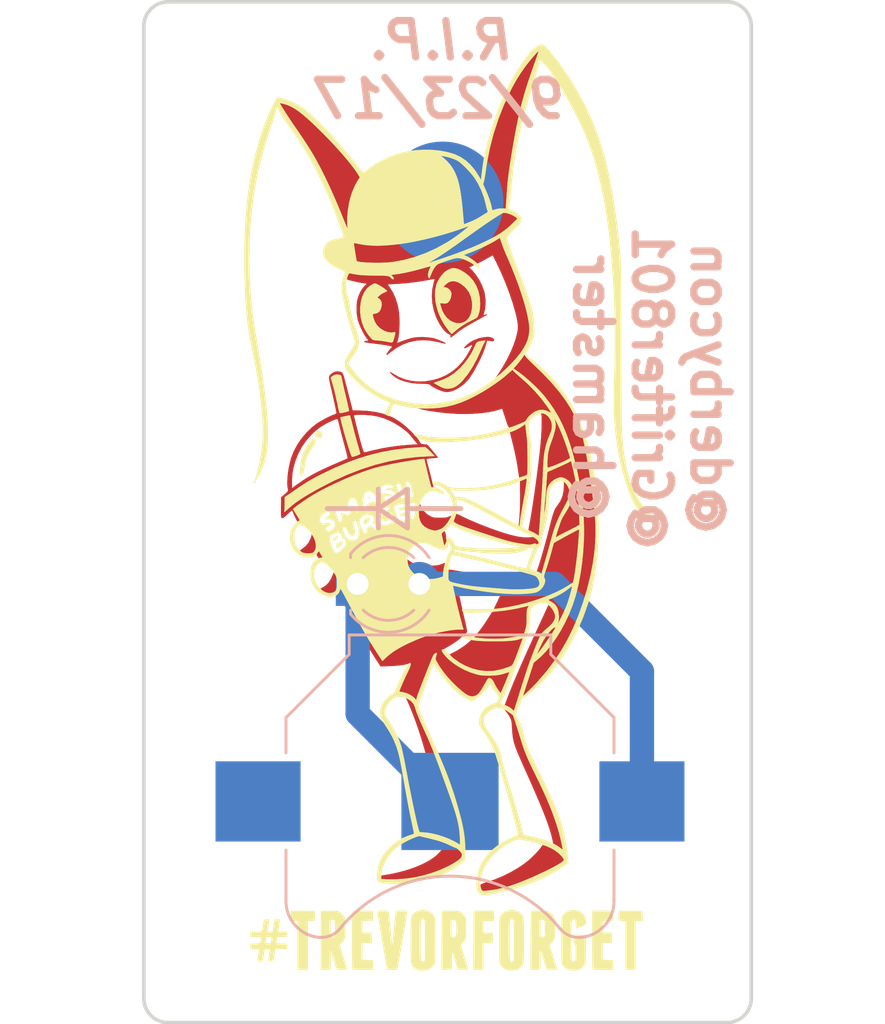
<source format=kicad_pcb>
(kicad_pcb (version 20171130) (host pcbnew "(5.0.0-rc2-dev-321-g78161b592)")
  (layers (0 F.Cu signal) (31 B.Cu signal hide) (34 B.Paste user hide) (35 F.Paste user) (36 B.SilkS user hide) (37 F.SilkS user) (38 B.Mask user) (39 F.Mask user hide) (44 Edge.Cuts user))
  (net 0 "")
  (net 1 "Net-(BT1-Pad1)")
  (net 2 "Net-(BT1-Pad2)")
  (module trevor:silk (layer F.Cu) (at 92.25 68.15)
    (fp_text reference G*** hide)
    (fp_text value LOGO hide)
  )
  (module Battery:BatteryHolder_Keystone_3000_1x12mm (layer B.Cu) (at 92.3 80 180)
    (fp_text reference BT1 hide)
    (fp_text value Battery_Cell)
    (pad 1 smd rect (at -7.9 0 180) (size 3.5 3.3) (layers B.Cu B.Paste B.Mask) (net 1 "Net-(BT1-Pad1)"))
    (pad 1 smd rect (at 7.9 0 180) (size 3.5 3.3) (layers B.Cu B.Paste B.Mask) (net 1 "Net-(BT1-Pad1)"))
    (pad 2 smd rect (at 0 0 180) (size 4 4) (layers B.Cu B.Mask) (net 2 "Net-(BT1-Pad2)"))
  )
  (module LED_THT:LED_D3.0mm (layer B.Cu) (at 88.5 71.05)
    (fp_text reference D1 hide)
    (fp_text value LED)
    (pad 1 thru_hole rect (at 0 0) (size 1.8 1.8) (drill 0.9) (layers *.Cu *.Mask) (net 2 "Net-(BT1-Pad2)"))
    (pad 2 thru_hole circle (at 2.54 0) (size 1.8 1.8) (drill 0.9) (layers *.Cu *.Mask) (net 1 "Net-(BT1-Pad1)"))
  )
  (module Fiducial:Fiducial_1mm_Dia_2.54mm_Outer_CopperBottom (layer F.Cu) (at 92 55.35)
    (fp_text reference REF** hide)
    (fp_text value Fiducial_1mm_Dia_2.54mm_Outer_CopperBottom)
    (pad ~ smd circle (at 0 0) (size 5 5) (layers B.Cu B.Mask))
  )
  (module trevor:copper (layer F.Cu) (at 92.25 68.15)
    (fp_text reference G*** hide)
    (fp_text value LOGO hide)
    (fp_poly (pts (xy 0.313407 -9.542313) (xy 0.432286 -9.499115) (xy 0.552448 -9.423232) (xy 0.680764 -9.311235) (xy 0.681514 -9.310505) (xy 0.804303 -9.161762) (xy 0.894571 -8.988806) (xy 0.9507 -8.796362) (xy 0.971068 -8.589152) (xy 0.967048 -8.477865) (xy 0.937111 -8.283681) (xy 0.881411 -8.122871) (xy 0.800004 -7.995545) (xy 0.692947 -7.901811) (xy 0.65269 -7.878623) (xy 0.563519 -7.845098) (xy 0.458262 -7.823622) (xy 0.353838 -7.816298) (xy 0.267164 -7.825232) (xy 0.253863 -7.829018) (xy 0.091216 -7.903933) (xy -0.05335 -8.013292) (xy -0.175241 -8.151408) (xy -0.269863 -8.312598) (xy -0.332624 -8.491177) (xy -0.349196 -8.575349) (xy -0.363658 -8.671783) (xy -0.258516 -8.650245) (xy -0.145912 -8.642758) (xy -0.054698 -8.671224) (xy 0.015739 -8.736134) (xy 0.06601 -8.837979) (xy 0.089074 -8.929033) (xy 0.100708 -9.005086) (xy 0.099844 -9.058491) (xy 0.084974 -9.107484) (xy 0.07197 -9.135706) (xy 0.015707 -9.209634) (xy -0.065173 -9.266263) (xy -0.154842 -9.295521) (xy -0.182209 -9.297459) (xy -0.23364 -9.297459) (xy -0.192589 -9.363605) (xy -0.150492 -9.413327) (xy -0.088526 -9.466966) (xy -0.050875 -9.49325) (xy 0.014354 -9.529905) (xy 0.073703 -9.549058) (xy 0.146766 -9.555856) (xy 0.188936 -9.556257) (xy 0.313407 -9.542313)) (layer F.Cu) (width 0.01))
    (fp_poly (pts (xy 3.714245 -19.042262) (xy 3.697258 -18.986517) (xy 3.669535 -18.902035) (xy 3.632917 -18.794346) (xy 3.589248 -18.668982) (xy 3.554517 -18.571001) (xy 3.425925 -18.205417) (xy 3.311394 -17.867283) (xy 3.209076 -17.549467) (xy 3.117125 -17.244837) (xy 3.033693 -16.946259) (xy 2.956935 -16.646601) (xy 2.885001 -16.338731) (xy 2.816046 -16.015517) (xy 2.748223 -15.669826) (xy 2.679684 -15.294525) (xy 2.626131 -14.986) (xy 2.567345 -14.632049) (xy 2.517809 -14.3131) (xy 2.476797 -14.023014) (xy 2.44358 -13.755654) (xy 2.41743 -13.504881) (xy 2.397621 -13.264557) (xy 2.383423 -13.028543) (xy 2.377349 -12.887891) (xy 2.364252 -12.536031) (xy 2.192834 -12.537854) (xy 2.059087 -12.532473) (xy 1.947561 -12.511416) (xy 1.900597 -12.496424) (xy 1.831751 -12.473584) (xy 1.792403 -12.466528) (xy 1.773166 -12.474307) (xy 1.768306 -12.483067) (xy 1.759994 -12.524858) (xy 1.756522 -12.580023) (xy 1.748436 -12.635712) (xy 1.726388 -12.72208) (xy 1.693169 -12.830928) (xy 1.651567 -12.954058) (xy 1.604374 -13.083271) (xy 1.554378 -13.210368) (xy 1.504371 -13.327151) (xy 1.496076 -13.345373) (xy 1.402278 -13.549361) (xy 1.439492 -13.669722) (xy 1.456418 -13.737397) (xy 1.475555 -13.834572) (xy 1.494638 -13.948651) (xy 1.511403 -14.067039) (xy 1.512515 -14.075834) (xy 1.580466 -14.536103) (xy 1.668003 -14.980973) (xy 1.778347 -15.424556) (xy 1.914719 -15.880966) (xy 1.94732 -15.980834) (xy 2.137226 -16.510411) (xy 2.34574 -17.008488) (xy 2.571905 -17.47314) (xy 2.814762 -17.902443) (xy 3.073353 -18.294471) (xy 3.153834 -18.404493) (xy 3.223822 -18.495696) (xy 3.302347 -18.594446) (xy 3.384981 -18.695575) (xy 3.467294 -18.793913) (xy 3.544859 -18.884292) (xy 3.613248 -18.961544) (xy 3.668031 -19.020498) (xy 3.70478 -19.055988) (xy 3.718653 -19.063736) (xy 3.714245 -19.042262)) (layer F.Cu) (width 0.01))
    (fp_poly (pts (xy -0.328505 -14.725898) (xy -0.273832 -14.717498) (xy -0.195437 -14.7034) (xy -0.124421 -14.689573) (xy 0.118937 -14.622542) (xy 0.337305 -14.523159) (xy 0.535564 -14.389068) (xy 0.586355 -14.346541) (xy 0.83383 -14.102619) (xy 1.049511 -13.831684) (xy 1.231915 -13.536273) (xy 1.379562 -13.218926) (xy 1.490969 -12.88218) (xy 1.526403 -12.736461) (xy 1.548737 -12.641739) (xy 1.572343 -12.553853) (xy 1.593165 -12.487557) (xy 1.599054 -12.472163) (xy 1.617756 -12.423481) (xy 1.625305 -12.395669) (xy 1.62482 -12.393552) (xy 1.604898 -12.382332) (xy 1.55792 -12.356329) (xy 1.493946 -12.321111) (xy 1.49225 -12.32018) (xy 1.406671 -12.270527) (xy 1.318343 -12.215176) (xy 1.264835 -12.179005) (xy 1.215416 -12.148992) (xy 1.140454 -12.109574) (xy 1.04868 -12.064691) (xy 0.948824 -12.018284) (xy 0.849617 -11.974295) (xy 0.75979 -11.936666) (xy 0.688074 -11.909337) (xy 0.643199 -11.896251) (xy 0.637216 -11.895667) (xy 0.614706 -11.906897) (xy 0.613615 -11.911542) (xy 0.611385 -11.948997) (xy 0.605634 -12.021318) (xy 0.597043 -12.121247) (xy 0.586291 -12.241524) (xy 0.57406 -12.374891) (xy 0.56103 -12.514091) (xy 0.547881 -12.651863) (xy 0.535294 -12.780951) (xy 0.523949 -12.894095) (xy 0.514526 -12.984037) (xy 0.507706 -13.043519) (xy 0.506965 -13.04925) (xy 0.448303 -13.393919) (xy 0.368518 -13.70207) (xy 0.267504 -13.973931) (xy 0.145156 -14.209733) (xy 0.001367 -14.409705) (xy -0.163969 -14.574075) (xy -0.216056 -14.615187) (xy -0.279649 -14.663983) (xy -0.326672 -14.702489) (xy -0.349639 -14.724474) (xy -0.350596 -14.727127) (xy -0.328505 -14.725898)) (layer F.Cu) (width 0.01))
    (fp_poly (pts (xy -6.866162 -16.87921) (xy -6.785945 -16.857825) (xy -6.693715 -16.828137) (xy -6.598459 -16.792881) (xy -6.509168 -16.754795) (xy -6.484443 -16.743008) (xy -6.391398 -16.693886) (xy -6.296101 -16.636099) (xy -6.194738 -16.566623) (xy -6.083495 -16.482434) (xy -5.958556 -16.38051) (xy -5.816109 -16.257827) (xy -5.652337 -16.111362) (xy -5.463427 -15.938092) (xy -5.430977 -15.908015) (xy -5.281301 -15.764893) (xy -5.120511 -15.603558) (xy -4.952266 -15.428248) (xy -4.780227 -15.2432) (xy -4.608051 -15.052651) (xy -4.439401 -14.86084) (xy -4.277935 -14.672003) (xy -4.127312 -14.490377) (xy -3.991194 -14.320201) (xy -3.873239 -14.165712) (xy -3.777108 -14.031146) (xy -3.70646 -13.920742) (xy -3.691057 -13.893474) (xy -3.674616 -13.86065) (xy -3.669175 -13.832977) (xy -3.677497 -13.800443) (xy -3.702345 -13.753037) (xy -3.746482 -13.680747) (xy -3.752399 -13.671224) (xy -3.860684 -13.470942) (xy -3.958514 -13.237455) (xy -4.042438 -12.979309) (xy -4.064176 -12.899154) (xy -4.113288 -12.688548) (xy -4.14579 -12.493513) (xy -4.163506 -12.297642) (xy -4.168263 -12.084525) (xy -4.166654 -11.978305) (xy -4.164138 -11.868205) (xy -4.162329 -11.774847) (xy -4.161342 -11.705566) (xy -4.161294 -11.667699) (xy -4.161646 -11.662834) (xy -4.16992 -11.681656) (xy -4.191989 -11.734859) (xy -4.225857 -11.817546) (xy -4.269526 -11.924821) (xy -4.320998 -12.051786) (xy -4.378277 -12.193545) (xy -4.392593 -12.229042) (xy -4.56168 -12.641831) (xy -4.722151 -13.019593) (xy -4.876574 -13.36813) (xy -5.027519 -13.693244) (xy -5.172769 -13.991167) (xy -5.253729 -14.151476) (xy -5.331645 -14.301595) (xy -5.409008 -14.445561) (xy -5.488309 -14.587412) (xy -5.57204 -14.731187) (xy -5.662692 -14.880922) (xy -5.762756 -15.040655) (xy -5.874723 -15.214425) (xy -6.001084 -15.406268) (xy -6.144331 -15.620223) (xy -6.306955 -15.860327) (xy -6.491447 -16.130618) (xy -6.504982 -16.15039) (xy -6.593074 -16.280924) (xy -6.67802 -16.410259) (xy -6.756823 -16.533492) (xy -6.826488 -16.64572) (xy -6.88402 -16.742043) (xy -6.926422 -16.817556) (xy -6.950699 -16.867359) (xy -6.954598 -16.886125) (xy -6.925375 -16.889555) (xy -6.866162 -16.87921)) (layer F.Cu) (width 0.01))
    (fp_poly (pts (xy 2.334148 -12.374052) (xy 2.33648 -12.373802) (xy 2.422544 -12.354982) (xy 2.528077 -12.318116) (xy 2.637935 -12.269529) (xy 2.736973 -12.215551) (xy 2.774588 -12.190751) (xy 2.837145 -12.146207) (xy 2.740296 -12.036812) (xy 2.600398 -11.892908) (xy 2.434667 -11.745549) (xy 2.256795 -11.60644) (xy 2.148417 -11.530793) (xy 1.939657 -11.402709) (xy 1.691358 -11.268997) (xy 1.405804 -11.130601) (xy 1.085275 -10.98847) (xy 0.732054 -10.843549) (xy 0.348421 -10.696786) (xy -0.063342 -10.549127) (xy -0.500952 -10.401518) (xy -0.820208 -10.299115) (xy -0.856638 -10.291277) (xy -0.867833 -10.294244) (xy -0.850607 -10.308299) (xy -0.804697 -10.336999) (xy -0.738753 -10.375034) (xy -0.712041 -10.389845) (xy -0.597642 -10.456511) (xy -0.450294 -10.548986) (xy -0.270395 -10.667001) (xy -0.058342 -10.810287) (xy 0.185466 -10.978572) (xy 0.460633 -11.171588) (xy 0.76676 -11.389065) (xy 0.872211 -11.464508) (xy 1.042542 -11.585882) (xy 1.214794 -11.707374) (xy 1.383169 -11.824982) (xy 1.541868 -11.934701) (xy 1.68509 -12.032527) (xy 1.807037 -12.114455) (xy 1.901909 -12.176482) (xy 1.919961 -12.187934) (xy 2.033305 -12.258943) (xy 2.117542 -12.310214) (xy 2.179302 -12.344707) (xy 2.225214 -12.365379) (xy 2.261906 -12.375188) (xy 2.296007 -12.377093) (xy 2.334148 -12.374052)) (layer F.Cu) (width 0.01))
    (fp_poly (pts (xy 0.826964 -11.820021) (xy 0.808592 -11.795037) (xy 0.764043 -11.752368) (xy 0.697558 -11.695324) (xy 0.61338 -11.627214) (xy 0.515752 -11.551348) (xy 0.408915 -11.471036) (xy 0.297112 -11.389586) (xy 0.184585 -11.310309) (xy 0.075576 -11.236514) (xy -0.004501 -11.184749) (xy -0.141676 -11.103025) (xy -0.306655 -11.012231) (xy -0.487648 -10.91828) (xy -0.672866 -10.827086) (xy -0.850518 -10.744558) (xy -1.008815 -10.676612) (xy -1.051654 -10.659611) (xy -1.481409 -10.513518) (xy -1.92082 -10.403506) (xy -2.364055 -10.330516) (xy -2.805286 -10.295492) (xy -3.238682 -10.299374) (xy -3.27025 -10.301231) (xy -3.366522 -10.308604) (xy -3.470489 -10.318796) (xy -3.573334 -10.330663) (xy -3.666242 -10.343057) (xy -3.740395 -10.354832) (xy -3.786979 -10.364842) (xy -3.798325 -10.369902) (xy -3.803752 -10.393686) (xy -3.813977 -10.451118) (xy -3.827729 -10.533949) (xy -3.843734 -10.633931) (xy -3.860721 -10.742814) (xy -3.877415 -10.852352) (xy -3.892546 -10.954295) (xy -3.90484 -11.040395) (xy -3.913024 -11.102403) (xy -3.915833 -11.131519) (xy -3.897796 -11.141296) (xy -3.847041 -11.131522) (xy -3.798342 -11.119657) (xy -3.719578 -11.103244) (xy -3.622454 -11.084633) (xy -3.538021 -11.0695) (xy -3.270989 -11.036825) (xy -2.971025 -11.024927) (xy -2.641761 -11.033247) (xy -2.28683 -11.061226) (xy -1.909865 -11.108306) (xy -1.514497 -11.173929) (xy -1.104359 -11.257537) (xy -0.683083 -11.35857) (xy -0.254302 -11.476471) (xy 0.178353 -11.610681) (xy 0.344569 -11.666371) (xy 0.473862 -11.710448) (xy 0.591522 -11.750282) (xy 0.690966 -11.783665) (xy 0.765608 -11.808391) (xy 0.808865 -11.822253) (xy 0.814917 -11.824011) (xy 0.826964 -11.820021)) (layer F.Cu) (width 0.01))
    (fp_poly (pts (xy 0.46291 -10.509619) (xy 0.543891 -10.49032) (xy 0.634716 -10.459015) (xy 0.636825 -10.45822) (xy 0.709822 -10.42688) (xy 0.792346 -10.385681) (xy 0.875058 -10.340047) (xy 0.948621 -10.295407) (xy 1.003697 -10.257185) (xy 1.030949 -10.230809) (xy 1.031939 -10.228601) (xy 1.018377 -10.209125) (xy 0.975662 -10.183867) (xy 0.942964 -10.169859) (xy 0.887244 -10.147064) (xy 0.852474 -10.129923) (xy 0.846667 -10.124921) (xy 0.860432 -10.107092) (xy 0.896934 -10.067132) (xy 0.948985 -10.012852) (xy 0.962846 -9.998709) (xy 1.111913 -9.823296) (xy 1.246632 -9.617922) (xy 1.360487 -9.394228) (xy 1.446964 -9.163853) (xy 1.464867 -9.101667) (xy 1.496615 -8.937101) (xy 1.510487 -8.756347) (xy 1.506967 -8.571964) (xy 1.486541 -8.396508) (xy 1.449696 -8.242535) (xy 1.429494 -8.187418) (xy 1.424377 -8.165484) (xy 1.441096 -8.161029) (xy 1.48857 -8.172023) (xy 1.492434 -8.173086) (xy 1.544481 -8.184924) (xy 1.57593 -8.187329) (xy 1.578727 -8.186163) (xy 1.563596 -8.17403) (xy 1.516511 -8.144942) (xy 1.4428 -8.101986) (xy 1.347796 -8.048254) (xy 1.236828 -7.986836) (xy 1.201752 -7.967662) (xy 1.002953 -7.858149) (xy 0.836166 -7.763447) (xy 0.695376 -7.679764) (xy 0.574569 -7.603308) (xy 0.467729 -7.530287) (xy 0.368842 -7.456911) (xy 0.282923 -7.388461) (xy 0.207796 -7.32832) (xy 0.14374 -7.279744) (xy 0.098241 -7.248241) (xy 0.079768 -7.239) (xy 0.068567 -7.256346) (xy 0.072194 -7.291926) (xy 0.075717 -7.327308) (xy 0.057861 -7.351415) (xy 0.009617 -7.375166) (xy 0.000443 -7.378876) (xy -0.085263 -7.430828) (xy -0.177602 -7.518099) (xy -0.27246 -7.635063) (xy -0.365721 -7.776094) (xy -0.453269 -7.935564) (xy -0.528771 -8.102378) (xy -0.618436 -8.371165) (xy -0.673701 -8.648257) (xy -0.694139 -8.926485) (xy -0.693969 -8.929616) (xy -0.557362 -8.929616) (xy -0.550519 -8.842885) (xy -0.505033 -8.561286) (xy -0.42639 -8.284457) (xy -0.317896 -8.020029) (xy -0.182859 -7.775631) (xy -0.024584 -7.558892) (xy 0.035257 -7.491441) (xy 0.133247 -7.386682) (xy 0.254777 -7.502602) (xy 0.327524 -7.565979) (xy 0.421364 -7.639368) (xy 0.521035 -7.711089) (xy 0.569281 -7.743316) (xy 0.677888 -7.809554) (xy 0.802369 -7.879382) (xy 0.921674 -7.941166) (xy 0.963214 -7.961014) (xy 1.164174 -8.053917) (xy 1.208194 -8.170334) (xy 1.255259 -8.319829) (xy 1.281291 -8.47025) (xy 1.288405 -8.636943) (xy 1.285526 -8.73125) (xy 1.260112 -8.937766) (xy 1.206801 -9.149749) (xy 1.130597 -9.34989) (xy 1.07542 -9.458049) (xy 0.986884 -9.587177) (xy 0.873068 -9.714605) (xy 0.742499 -9.833463) (xy 0.603701 -9.936878) (xy 0.465201 -10.017977) (xy 0.335523 -10.069889) (xy 0.307495 -10.077055) (xy 0.233651 -10.089594) (xy 0.16955 -10.087969) (xy 0.093187 -10.071087) (xy 0.07326 -10.065422) (xy 0.010974 -10.04426) (xy -0.04267 -10.016743) (xy -0.09793 -9.975757) (xy -0.165062 -9.914185) (xy -0.212648 -9.867074) (xy -0.352261 -9.705466) (xy -0.454841 -9.536066) (xy -0.522085 -9.353724) (xy -0.555692 -9.153291) (xy -0.557362 -8.929616) (xy -0.693969 -8.929616) (xy -0.67932 -9.198679) (xy -0.628816 -9.457669) (xy -0.613024 -9.511678) (xy -0.593631 -9.579065) (xy -0.58239 -9.628428) (xy -0.58151 -9.647899) (xy -0.604157 -9.647112) (xy -0.660461 -9.639173) (xy -0.742588 -9.625341) (xy -0.842707 -9.606875) (xy -0.871696 -9.601279) (xy -1.104487 -9.559874) (xy -1.354289 -9.522394) (xy -1.606844 -9.490621) (xy -1.847891 -9.466341) (xy -2.063171 -9.451337) (xy -2.074333 -9.4508) (xy -2.185384 -9.445069) (xy -2.28964 -9.438738) (xy -2.37508 -9.432593) (xy -2.427976 -9.427632) (xy -2.517035 -9.416843) (xy -2.423889 -9.290313) (xy -2.297473 -9.087346) (xy -2.19223 -8.852549) (xy -2.110571 -8.59204) (xy -2.066177 -8.383004) (xy -2.047247 -8.237676) (xy -2.035498 -8.070819) (xy -2.030651 -7.89121) (xy -2.032429 -7.707625) (xy -2.040554 -7.528839) (xy -2.054749 -7.363628) (xy -2.074735 -7.220769) (xy -2.100235 -7.109036) (xy -2.10717 -7.087754) (xy -2.124578 -7.034985) (xy -2.126091 -7.01311) (xy -2.110901 -7.013468) (xy -2.10063 -7.017612) (xy -1.962001 -7.073242) (xy -1.811268 -7.127119) (xy -1.662 -7.174832) (xy -1.527771 -7.211966) (xy -1.448954 -7.229507) (xy -1.275877 -7.250673) (xy -1.079551 -7.255369) (xy -0.875549 -7.244003) (xy -0.679445 -7.216985) (xy -0.635 -7.208156) (xy -0.565476 -7.189776) (xy -0.483254 -7.162538) (xy -0.395577 -7.129609) (xy -0.309691 -7.094154) (xy -0.23284 -7.059341) (xy -0.172268 -7.028335) (xy -0.135219 -7.004304) (xy -0.128938 -6.990413) (xy -0.133264 -6.988849) (xy -0.166291 -6.991385) (xy -0.23106 -7.003191) (xy -0.318472 -7.0224) (xy -0.419427 -7.047144) (xy -0.428061 -7.04937) (xy -0.742383 -7.11133) (xy -1.047145 -7.13215) (xy -1.341961 -7.111915) (xy -1.626445 -7.050709) (xy -1.900213 -6.948617) (xy -2.162878 -6.805724) (xy -2.414055 -6.622114) (xy -2.426959 -6.611316) (xy -2.493449 -6.556817) (xy -2.534314 -6.527948) (xy -2.555048 -6.521639) (xy -2.561146 -6.534822) (xy -2.561166 -6.536356) (xy -2.548922 -6.568444) (xy -2.517549 -6.621342) (xy -2.475086 -6.683395) (xy -2.42957 -6.742948) (xy -2.389042 -6.788344) (xy -2.384232 -6.792898) (xy -2.347189 -6.830547) (xy -2.328781 -6.856394) (xy -2.328333 -6.858628) (xy -2.348036 -6.871069) (xy -2.401925 -6.887142) (xy -2.482166 -6.90531) (xy -2.580929 -6.924039) (xy -2.690382 -6.941794) (xy -2.802692 -6.95704) (xy -2.867224 -6.964247) (xy -3.307348 -7.020078) (xy -3.424296 -7.038937) (xy -3.471747 -7.052867) (xy -3.478781 -7.069911) (xy -3.446924 -7.087448) (xy -3.388092 -7.101176) (xy -3.305073 -7.115202) (xy -3.38938 -7.224726) (xy -3.462969 -7.333932) (xy -3.539908 -7.47128) (xy -3.614052 -7.623661) (xy -3.679254 -7.777962) (xy -3.729368 -7.921072) (xy -3.748309 -7.990417) (xy -3.778138 -8.161038) (xy -3.792841 -8.347408) (xy -3.792486 -8.452658) (xy -3.639313 -8.452658) (xy -3.631832 -8.196319) (xy -3.586184 -7.943571) (xy -3.503209 -7.699512) (xy -3.383747 -7.469237) (xy -3.263588 -7.29975) (xy -3.13332 -7.13825) (xy -2.926618 -7.122757) (xy -2.806824 -7.111086) (xy -2.674372 -7.09402) (xy -2.5538 -7.074802) (xy -2.529416 -7.070241) (xy -2.44407 -7.054835) (xy -2.374868 -7.044547) (xy -2.331968 -7.040785) (xy -2.323616 -7.041754) (xy -2.310015 -7.064926) (xy -2.289286 -7.117274) (xy -2.266785 -7.184748) (xy -2.242278 -7.268904) (xy -2.221248 -7.349463) (xy -2.21052 -7.397749) (xy -2.202475 -7.44804) (xy -2.207986 -7.464961) (xy -2.232306 -7.456654) (xy -2.2444 -7.450275) (xy -2.322064 -7.430079) (xy -2.422453 -7.435472) (xy -2.536953 -7.463576) (xy -2.656954 -7.511515) (xy -2.773843 -7.576414) (xy -2.879009 -7.655396) (xy -2.891027 -7.666232) (xy -2.977859 -7.767389) (xy -3.052007 -7.893195) (xy -3.104859 -8.026873) (xy -3.125424 -8.122896) (xy -3.138563 -8.233834) (xy -3.06048 -8.233834) (xy -2.956435 -8.251175) (xy -2.875159 -8.303978) (xy -2.817334 -8.388106) (xy -2.786121 -8.483056) (xy -2.773372 -8.590209) (xy -2.780029 -8.691729) (xy -2.798121 -8.753009) (xy -2.835077 -8.802223) (xy -2.887394 -8.841597) (xy -2.95138 -8.874685) (xy -2.840121 -8.976989) (xy -2.770697 -9.033337) (xy -2.698998 -9.079721) (xy -2.645014 -9.104413) (xy -2.592953 -9.123528) (xy -2.563577 -9.141137) (xy -2.561166 -9.145704) (xy -2.577915 -9.17286) (xy -2.622406 -9.21512) (xy -2.686009 -9.26593) (xy -2.760095 -9.318735) (xy -2.836032 -9.366982) (xy -2.894925 -9.399185) (xy -2.968961 -9.433646) (xy -3.019362 -9.449974) (xy -3.059308 -9.450934) (xy -3.096008 -9.441352) (xy -3.220973 -9.378065) (xy -3.337017 -9.278778) (xy -3.438515 -9.149692) (xy -3.51984 -8.997011) (xy -3.536418 -8.955729) (xy -3.607788 -8.707494) (xy -3.639313 -8.452658) (xy -3.792486 -8.452658) (xy -3.79221 -8.534205) (xy -3.776039 -8.706103) (xy -3.759164 -8.794166) (xy -3.706215 -8.96431) (xy -3.633499 -9.124563) (xy -3.546979 -9.26336) (xy -3.472266 -9.350748) (xy -3.368246 -9.45314) (xy -3.599251 -9.489625) (xy -3.692616 -9.506284) (xy -3.79826 -9.528175) (xy -3.907499 -9.553127) (xy -4.011647 -9.578966) (xy -4.102017 -9.60352) (xy -4.169924 -9.624616) (xy -4.206681 -9.640083) (xy -4.209476 -9.642254) (xy -4.208056 -9.665975) (xy -4.193403 -9.714185) (xy -4.170745 -9.773278) (xy -4.145311 -9.82965) (xy -4.12233 -9.869695) (xy -4.121778 -9.870442) (xy -4.102778 -9.88931) (xy -4.075985 -9.894847) (xy -4.029211 -9.887457) (xy -3.979333 -9.875138) (xy -3.860223 -9.848288) (xy -3.730124 -9.827344) (xy -3.582682 -9.811767) (xy -3.411541 -9.801022) (xy -3.210349 -9.794571) (xy -2.995083 -9.791977) (xy -2.825353 -9.790788) (xy -2.692618 -9.788524) (xy -2.591537 -9.784278) (xy -2.516774 -9.777146) (xy -2.462988 -9.766219) (xy -2.424841 -9.750593) (xy -2.396995 -9.729361) (xy -2.37411 -9.701616) (xy -2.362593 -9.68461) (xy -2.326691 -9.64605) (xy -2.291536 -9.631456) (xy -2.268388 -9.64355) (xy -2.264833 -9.66096) (xy -2.27765 -9.695683) (xy -2.309371 -9.74358) (xy -2.318452 -9.754808) (xy -2.37207 -9.818529) (xy -2.270827 -9.83206) (xy -1.904313 -9.891968) (xy -1.511367 -9.97685) (xy -1.098596 -10.085214) (xy -0.926041 -10.135819) (xy -0.840209 -10.161127) (xy -0.771838 -10.180115) (xy -0.729403 -10.190501) (xy -0.719666 -10.191396) (xy -0.728385 -10.170444) (xy -0.751006 -10.122958) (xy -0.776106 -10.072276) (xy -0.8039 -10.001072) (xy -0.824036 -9.919141) (xy -0.835425 -9.837302) (xy -0.83698 -9.766372) (xy -0.827611 -9.717169) (xy -0.813449 -9.701255) (xy -0.796558 -9.716119) (xy -0.770185 -9.76255) (xy -0.738779 -9.832141) (xy -0.722539 -9.873097) (xy -0.668434 -9.997413) (xy -0.607673 -10.096712) (xy -0.548638 -10.168409) (xy -0.510008 -10.209854) (xy -0.475717 -10.242127) (xy -0.438677 -10.268806) (xy -0.391802 -10.293473) (xy -0.328004 -10.319707) (xy -0.240197 -10.35109) (xy -0.121293 -10.391202) (xy -0.081135 -10.404594) (xy 0.073541 -10.454508) (xy 0.197089 -10.489356) (xy 0.297704 -10.509749) (xy 0.383579 -10.516299) (xy 0.46291 -10.509619)) (layer F.Cu) (width 0.01))
    (fp_poly (pts (xy 2.117166 -11.326669) (xy 2.134086 -11.277368) (xy 2.155913 -11.207469) (xy 2.159434 -11.19571) (xy 2.180668 -11.128287) (xy 2.206766 -11.053437) (xy 2.239716 -10.966227) (xy 2.281505 -10.861721) (xy 2.334121 -10.734982) (xy 2.399552 -10.581076) (xy 2.479784 -10.395067) (xy 2.508312 -10.329334) (xy 2.644894 -10.004684) (xy 2.772357 -9.681269) (xy 2.889524 -9.363043) (xy 2.99522 -9.053958) (xy 3.088268 -8.757968) (xy 3.167493 -8.479025) (xy 3.231719 -8.221084) (xy 3.279769 -7.988097) (xy 3.310469 -7.784018) (xy 3.322641 -7.612798) (xy 3.322799 -7.591204) (xy 3.312412 -7.409622) (xy 3.280447 -7.235585) (xy 3.2245 -7.063845) (xy 3.142168 -6.889157) (xy 3.031047 -6.706273) (xy 2.888733 -6.509948) (xy 2.74774 -6.336043) (xy 2.690422 -6.272391) (xy 2.610741 -6.18987) (xy 2.515277 -6.094725) (xy 2.410613 -5.993202) (xy 2.303331 -5.891546) (xy 2.200012 -5.796002) (xy 2.107239 -5.712815) (xy 2.031593 -5.648231) (xy 1.984365 -5.611707) (xy 1.952272 -5.590428) (xy 1.948839 -5.595572) (xy 1.971305 -5.631635) (xy 1.971732 -5.632291) (xy 1.998307 -5.673166) (xy 2.040908 -5.738724) (xy 2.092506 -5.818147) (xy 2.122661 -5.864571) (xy 2.289528 -6.137343) (xy 2.439753 -6.414794) (xy 2.570698 -6.69074) (xy 2.679726 -6.958995) (xy 2.764201 -7.213376) (xy 2.821485 -7.447699) (xy 2.836995 -7.540002) (xy 2.845869 -7.657097) (xy 2.840153 -7.78865) (xy 2.819034 -7.941309) (xy 2.781698 -8.121723) (xy 2.750008 -8.250593) (xy 2.636265 -8.648932) (xy 2.496184 -9.066194) (xy 2.333746 -9.491759) (xy 2.152933 -9.915004) (xy 2.019038 -10.201167) (xy 1.96005 -10.322298) (xy 1.907321 -10.429958) (xy 1.863625 -10.518536) (xy 1.831736 -10.582419) (xy 1.814427 -10.615995) (xy 1.812227 -10.619663) (xy 1.792353 -10.612501) (xy 1.744084 -10.587715) (xy 1.6753 -10.549505) (xy 1.615729 -10.514996) (xy 1.518548 -10.459325) (xy 1.41805 -10.404258) (xy 1.330227 -10.358468) (xy 1.297978 -10.342666) (xy 1.169812 -10.281915) (xy 1.045525 -10.383148) (xy 0.960218 -10.445221) (xy 0.858359 -10.508806) (xy 0.766737 -10.557753) (xy 0.696119 -10.592294) (xy 0.644068 -10.619685) (xy 0.619183 -10.63533) (xy 0.618327 -10.637073) (xy 0.639121 -10.646392) (xy 0.69252 -10.668214) (xy 0.771641 -10.699785) (xy 0.8696 -10.738347) (xy 0.931334 -10.762439) (xy 1.178901 -10.863988) (xy 1.423362 -10.974099) (xy 1.653403 -11.087358) (xy 1.857712 -11.198352) (xy 1.924254 -11.2376) (xy 2.000364 -11.283302) (xy 2.061594 -11.319384) (xy 2.099868 -11.341125) (xy 2.108566 -11.345334) (xy 2.117166 -11.326669)) (layer F.Cu) (width 0.01))
    (fp_poly (pts (xy 1.700578 -7.250747) (xy 1.782659 -7.22558) (xy 1.837676 -7.187601) (xy 1.858983 -7.140194) (xy 1.858274 -7.127334) (xy 1.844861 -7.091632) (xy 1.830414 -7.08308) (xy 1.799232 -7.087006) (xy 1.740823 -7.094119) (xy 1.691737 -7.100017) (xy 1.573723 -7.114123) (xy 1.529505 -6.948912) (xy 1.461534 -6.737135) (xy 1.363654 -6.497324) (xy 1.236469 -6.230785) (xy 1.080586 -5.938824) (xy 0.976666 -5.757334) (xy 0.823529 -5.532248) (xy 0.649234 -5.343799) (xy 0.453705 -5.191911) (xy 0.310054 -5.110202) (xy 0.164038 -5.045168) (xy 0.038365 -5.007628) (xy -0.078027 -4.996687) (xy -0.1962 -5.011449) (xy -0.327216 -5.051022) (xy -0.344098 -5.057309) (xy -0.446298 -5.100164) (xy -0.550725 -5.15103) (xy -0.6474 -5.204341) (xy -0.726343 -5.254531) (xy -0.777577 -5.296035) (xy -0.783096 -5.302166) (xy -0.80273 -5.315699) (xy -0.83964 -5.324963) (xy -0.900421 -5.33064) (xy -0.991667 -5.333413) (xy -1.090337 -5.334) (xy -1.341942 -5.344972) (xy -1.542336 -5.37164) (xy -0.615712 -5.37164) (xy -0.474849 -5.289324) (xy -0.350106 -5.221659) (xy -0.244258 -5.177784) (xy -0.144374 -5.15358) (xy -0.037523 -5.144924) (xy -0.021166 -5.144718) (xy 0.088727 -5.151544) (xy 0.183453 -5.176921) (xy 0.228612 -5.196146) (xy 0.341977 -5.265154) (xy 0.46708 -5.371146) (xy 0.601052 -5.511377) (xy 0.741021 -5.683097) (xy 0.751084 -5.696377) (xy 0.887917 -5.890578) (xy 1.015681 -6.099736) (xy 1.138988 -6.332112) (xy 1.262452 -6.595969) (xy 1.295422 -6.671384) (xy 1.345836 -6.786668) (xy 1.392947 -6.891609) (xy 1.43326 -6.978636) (xy 1.463283 -7.040177) (xy 1.477332 -7.06565) (xy 1.511725 -7.118141) (xy 1.406738 -7.103053) (xy 1.299482 -7.08609) (xy 1.224912 -7.067392) (xy 1.173631 -7.040601) (xy 1.136244 -6.999361) (xy 1.103356 -6.937317) (xy 1.079447 -6.881632) (xy 0.932605 -6.583249) (xy 0.747633 -6.302737) (xy 0.52425 -6.039694) (xy 0.410817 -5.92663) (xy 0.197972 -5.745715) (xy -0.02328 -5.601239) (xy -0.262999 -5.487337) (xy -0.461314 -5.418341) (xy -0.615712 -5.37164) (xy -1.542336 -5.37164) (xy -1.581231 -5.376816) (xy -1.802596 -5.427932) (xy -2.000425 -5.496717) (xy -2.169111 -5.581568) (xy -2.302358 -5.68025) (xy -2.370391 -5.746503) (xy -2.40855 -5.791318) (xy -2.416587 -5.812993) (xy -2.394255 -5.809822) (xy -2.341304 -5.780101) (xy -2.314291 -5.762297) (xy -2.066112 -5.618994) (xy -1.802776 -5.514567) (xy -1.526402 -5.449245) (xy -1.239111 -5.423258) (xy -0.94302 -5.436834) (xy -0.64025 -5.490202) (xy -0.409685 -5.556606) (xy -0.139992 -5.66925) (xy 0.111103 -5.819259) (xy 0.341429 -6.004979) (xy 0.548817 -6.224759) (xy 0.660546 -6.371167) (xy 0.705133 -6.438317) (xy 0.756198 -6.521294) (xy 0.809639 -6.612631) (xy 0.861352 -6.704858) (xy 0.907236 -6.790505) (xy 0.943188 -6.862104) (xy 0.965107 -6.912184) (xy 0.969158 -6.933065) (xy 0.947324 -6.92853) (xy 0.897753 -6.908097) (xy 0.830041 -6.875829) (xy 0.810449 -6.865899) (xy 0.7369 -6.830809) (xy 0.676086 -6.806619) (xy 0.638947 -6.797559) (xy 0.63491 -6.798058) (xy 0.635355 -6.815904) (xy 0.663595 -6.85568) (xy 0.715425 -6.911601) (xy 0.722369 -6.918472) (xy 0.865939 -7.033521) (xy 1.038408 -7.129291) (xy 1.22914 -7.201638) (xy 1.427498 -7.246415) (xy 1.598084 -7.259721) (xy 1.700578 -7.250747)) (layer F.Cu) (width 0.01))
    (fp_poly (pts (xy 2.690105 -5.849426) (xy 2.730449 -5.810096) (xy 2.795821 -5.749735) (xy 2.879062 -5.674808) (xy 2.973014 -5.59178) (xy 3.039227 -5.534115) (xy 3.347582 -5.251072) (xy 3.621689 -4.963999) (xy 3.869365 -4.664118) (xy 4.093077 -4.350702) (xy 4.162834 -4.244117) (xy 4.208422 -4.16938) (xy 4.230554 -4.124091) (xy 4.229944 -4.105846) (xy 4.207302 -4.112244) (xy 4.163341 -4.140883) (xy 4.153101 -4.148301) (xy 4.10044 -4.178824) (xy 4.026941 -4.212041) (xy 3.977042 -4.230795) (xy 3.861803 -4.25632) (xy 3.746278 -4.251258) (xy 3.620524 -4.214435) (xy 3.541658 -4.179372) (xy 3.47438 -4.137625) (xy 3.398132 -4.076695) (xy 3.321902 -4.0055) (xy 3.254677 -3.932957) (xy 3.205446 -3.867984) (xy 3.184314 -3.824818) (xy 3.171138 -3.802658) (xy 3.139445 -3.777797) (xy 3.083978 -3.747373) (xy 2.999483 -3.708524) (xy 2.880705 -3.658387) (xy 2.872746 -3.65511) (xy 2.738787 -3.598781) (xy 2.638005 -3.557406) (xy 2.563973 -3.534034) (xy 2.510263 -3.531711) (xy 2.47045 -3.553486) (xy 2.438105 -3.602405) (xy 2.406803 -3.681516) (xy 2.370115 -3.793867) (xy 2.331974 -3.911524) (xy 2.198882 -4.312726) (xy 2.037158 -4.261369) (xy 1.825751 -4.205507) (xy 1.580239 -4.160281) (xy 1.307648 -4.1263) (xy 1.015001 -4.104176) (xy 0.709324 -4.09452) (xy 0.397641 -4.097943) (xy 0.238408 -4.104934) (xy 0.024033 -4.119925) (xy -0.202421 -4.141289) (xy -0.430696 -4.167699) (xy -0.650534 -4.197828) (xy -0.851678 -4.230348) (xy -1.02387 -4.263931) (xy -1.068916 -4.274149) (xy -1.23825 -4.31416) (xy -0.9525 -4.316254) (xy -0.634634 -4.327593) (xy -0.341073 -4.35827) (xy -0.057345 -4.410639) (xy 0.23102 -4.487053) (xy 0.370634 -4.531399) (xy 0.641006 -4.633513) (xy 0.928849 -4.764377) (xy 1.225982 -4.919065) (xy 1.524222 -5.092651) (xy 1.815388 -5.280208) (xy 2.091299 -5.476811) (xy 2.343772 -5.677534) (xy 2.49263 -5.808984) (xy 2.617961 -5.925018) (xy 2.690105 -5.849426)) (layer F.Cu) (width 0.01))
    (fp_poly (pts (xy 4.324864 -3.964508) (xy 4.343219 -3.939634) (xy 4.375318 -3.882212) (xy 4.418189 -3.798587) (xy 4.468862 -3.695104) (xy 4.524363 -3.57811) (xy 4.581722 -3.453948) (xy 4.637968 -3.328966) (xy 4.690128 -3.209507) (xy 4.735232 -3.101918) (xy 4.768925 -3.01625) (xy 4.815603 -2.886821) (xy 4.865823 -2.73993) (xy 4.912471 -2.596723) (xy 4.938777 -2.511382) (xy 5.013565 -2.260514) (xy 4.776907 -2.149223) (xy 4.648174 -2.090284) (xy 4.514363 -2.031802) (xy 4.384038 -1.977273) (xy 4.265762 -1.93019) (xy 4.168096 -1.894048) (xy 4.099603 -1.872342) (xy 4.096606 -1.871574) (xy 4.038188 -1.856912) (xy 4.052343 -2.150831) (xy 4.061287 -2.308861) (xy 4.07274 -2.437083) (xy 4.089226 -2.548025) (xy 4.113267 -2.654213) (xy 4.147385 -2.768174) (xy 4.194102 -2.902434) (xy 4.215413 -2.96065) (xy 4.270043 -3.115796) (xy 4.317841 -3.265428) (xy 4.356775 -3.40213) (xy 4.38481 -3.518485) (xy 4.399911 -3.607079) (xy 4.401972 -3.640667) (xy 4.395037 -3.687299) (xy 4.377269 -3.758057) (xy 4.353319 -3.835164) (xy 4.332412 -3.902301) (xy 4.321866 -3.948537) (xy 4.323629 -3.965014) (xy 4.324864 -3.964508)) (layer F.Cu) (width 0.01))
    (fp_poly (pts (xy 3.155918 -3.649103) (xy 3.165296 -3.592823) (xy 3.174785 -3.516532) (xy 3.176705 -3.498218) (xy 3.187242 -3.399855) (xy 3.200861 -3.28041) (xy 3.21516 -3.160776) (xy 3.219962 -3.122084) (xy 3.225781 -3.056838) (xy 3.231083 -2.961439) (xy 3.235808 -2.841699) (xy 3.239896 -2.703434) (xy 3.243288 -2.552458) (xy 3.245924 -2.394584) (xy 3.247745 -2.235627) (xy 3.24869 -2.081402) (xy 3.248701 -1.937723) (xy 3.247718 -1.810403) (xy 3.245681 -1.705257) (xy 3.242531 -1.6281) (xy 3.238207 -1.584745) (xy 3.235786 -1.577731) (xy 3.210666 -1.565759) (xy 3.155667 -1.545634) (xy 3.081502 -1.521214) (xy 3.061815 -1.515074) (xy 2.900832 -1.465405) (xy 2.890154 -1.531744) (xy 2.882819 -1.579927) (xy 2.871375 -1.658101) (xy 2.857554 -1.754329) (xy 2.846706 -1.830917) (xy 2.789395 -2.178219) (xy 2.710481 -2.558772) (xy 2.613289 -2.959964) (xy 2.582911 -3.07886) (xy 2.55659 -3.183494) (xy 2.536019 -3.267009) (xy 2.52289 -3.322544) (xy 2.518834 -3.342905) (xy 2.537138 -3.357964) (xy 2.583325 -3.377446) (xy 2.608792 -3.38572) (xy 2.734746 -3.433625) (xy 2.870914 -3.502179) (xy 2.998251 -3.581433) (xy 3.035888 -3.608848) (xy 3.090983 -3.647792) (xy 3.132149 -3.671134) (xy 3.148432 -3.674291) (xy 3.155918 -3.649103)) (layer F.Cu) (width 0.01))
    (fp_poly (pts (xy -4.470905 -5.828376) (xy -4.41325 -5.802779) (xy -4.401213 -5.796028) (xy -4.39077 -5.790001) (xy -4.381082 -5.781832) (xy -4.37131 -5.768659) (xy -4.360615 -5.747618) (xy -4.348159 -5.715844) (xy -4.333104 -5.670475) (xy -4.314611 -5.608645) (xy -4.291841 -5.527492) (xy -4.263955 -5.424151) (xy -4.230116 -5.295759) (xy -4.189484 -5.139452) (xy -4.141221 -4.952366) (xy -4.084488 -4.731638) (xy -4.018447 -4.474403) (xy -3.976924 -4.312709) (xy -3.956535 -4.233334) (xy -3.747927 -4.233334) (xy -3.627691 -4.230933) (xy -3.489709 -4.224539) (xy -3.358248 -4.215369) (xy -3.320118 -4.21191) (xy -3.012322 -4.171062) (xy -2.734973 -4.1099) (xy -2.481156 -4.025103) (xy -2.243955 -3.913353) (xy -2.016456 -3.771331) (xy -1.791744 -3.595716) (xy -1.562906 -3.38319) (xy -1.534583 -3.35479) (xy -1.410936 -3.226722) (xy -1.317554 -3.122617) (xy -1.251989 -3.039573) (xy -1.211793 -2.974685) (xy -1.208706 -2.968298) (xy -1.178247 -2.906684) (xy -1.151065 -2.873017) (xy -1.112603 -2.85685) (xy -1.048307 -2.847735) (xy -1.039373 -2.846752) (xy -0.96963 -2.838877) (xy -0.915938 -2.832422) (xy -0.896219 -2.82974) (xy -0.875183 -2.812668) (xy -0.832919 -2.768081) (xy -0.774474 -2.701655) (xy -0.704894 -2.619069) (xy -0.657507 -2.561167) (xy -0.443326 -2.296584) (xy -0.676535 -2.273864) (xy -0.771111 -2.263955) (xy -0.848913 -2.25449) (xy -0.901028 -2.246638) (xy -0.918463 -2.242114) (xy -0.91682 -2.219317) (xy -0.905776 -2.164223) (xy -0.887198 -2.085343) (xy -0.86537 -2.00025) (xy -0.822258 -1.836735) (xy -0.780514 -1.67633) (xy -0.741499 -1.524458) (xy -0.706574 -1.386536) (xy -0.677101 -1.267986) (xy -0.654441 -1.174227) (xy -0.639955 -1.110678) (xy -0.635 -1.082979) (xy -0.652926 -1.063814) (xy -0.683045 -1.058334) (xy -0.698161 -1.060496) (xy -0.71183 -1.070069) (xy -0.725615 -1.091685) (xy -0.74108 -1.129973) (xy -0.759788 -1.189564) (xy -0.783303 -1.275089) (xy -0.813188 -1.39118) (xy -0.851006 -1.542466) (xy -0.863484 -1.592792) (xy -0.899198 -1.738178) (xy -0.931248 -1.870967) (xy -0.958273 -1.985339) (xy -0.978914 -2.075472) (xy -0.991813 -2.135544) (xy -0.99568 -2.159) (xy -0.997166 -2.186406) (xy -1.005264 -2.206377) (xy -1.024852 -2.219026) (xy -1.060804 -2.224463) (xy -1.117999 -2.222799) (xy -1.201312 -2.214146) (xy -1.31562 -2.198615) (xy -1.4658 -2.176316) (xy -1.503759 -2.17057) (xy -1.815113 -2.121072) (xy -2.111784 -2.069374) (xy -2.388001 -2.016621) (xy -2.637992 -1.963954) (xy -2.855985 -1.912519) (xy -2.998199 -1.87453) (xy -3.292741 -1.783766) (xy -3.601562 -1.676056) (xy -3.919552 -1.55391) (xy -4.241601 -1.419834) (xy -4.562598 -1.276338) (xy -4.877433 -1.12593) (xy -5.180996 -0.971119) (xy -5.468177 -0.814413) (xy -5.733864 -0.658321) (xy -5.972949 -0.505352) (xy -6.18032 -0.358013) (xy -6.325122 -0.241423) (xy -6.401179 -0.175677) (xy -6.25859 0.052277) (xy -6.200095 0.146736) (xy -6.161903 0.212119) (xy -6.141356 0.254919) (xy -6.135799 0.281628) (xy -6.142575 0.298737) (xy -6.153626 0.308776) (xy -6.193763 0.332154) (xy -6.214638 0.337993) (xy -6.232966 0.32027) (xy -6.263149 0.272072) (xy -6.300249 0.201784) (xy -6.323332 0.153458) (xy -6.362214 0.067349) (xy -6.395305 -0.009031) (xy -6.417725 -0.064276) (xy -6.423449 -0.080541) (xy -6.441309 -0.115395) (xy -6.456912 -0.122874) (xy -6.479082 -0.106754) (xy -6.525354 -0.067779) (xy -6.588819 -0.011913) (xy -6.657826 0.050534) (xy -6.734814 0.12022) (xy -6.794223 0.168953) (xy -6.838244 0.19397) (xy -6.869067 0.192506) (xy -6.888884 0.161799) (xy -6.899887 0.099084) (xy -6.904267 0.001598) (xy -6.904215 -0.133421) (xy -6.902624 -0.258188) (xy -6.896916 -0.665614) (xy -6.80902 -0.740266) (xy -6.724188 -0.81211) (xy -6.66644 -0.862835) (xy -6.631377 -0.899621) (xy -6.6146 -0.929649) (xy -6.611709 -0.960097) (xy -6.618303 -0.998146) (xy -6.627082 -1.037167) (xy -6.642542 -1.158978) (xy -6.644702 -1.29695) (xy -6.455833 -1.29695) (xy -6.455833 -1.033111) (xy -6.355291 -1.109961) (xy -6.302222 -1.148872) (xy -6.222852 -1.204985) (xy -6.126133 -1.272064) (xy -6.021019 -1.343874) (xy -5.969 -1.379008) (xy -5.8024 -1.485117) (xy -5.614773 -1.593033) (xy -5.402146 -1.704766) (xy -5.160544 -1.822327) (xy -4.885993 -1.947727) (xy -4.593166 -2.075039) (xy -4.469749 -2.127953) (xy -4.359456 -2.175854) (xy -4.268274 -2.216091) (xy -4.202193 -2.246013) (xy -4.167199 -2.262971) (xy -4.163538 -2.265232) (xy -4.164376 -2.288658) (xy -4.175388 -2.347334) (xy -4.195281 -2.435761) (xy -4.222762 -2.548438) (xy -4.256537 -2.679864) (xy -4.293318 -2.817229) (xy -4.336894 -2.978579) (xy -4.380274 -3.142082) (xy -4.421061 -3.298493) (xy -4.456858 -3.438563) (xy -4.485269 -3.553047) (xy -4.498537 -3.608917) (xy -4.522308 -3.708034) (xy -4.544207 -3.79215) (xy -4.561859 -3.8526) (xy -4.572886 -3.880719) (xy -4.573158 -3.881052) (xy -4.603413 -3.885477) (xy -4.663506 -3.870847) (xy -4.7471 -3.840088) (xy -4.847853 -3.796124) (xy -4.959426 -3.741883) (xy -5.075479 -3.680289) (xy -5.189673 -3.61427) (xy -5.291666 -3.549442) (xy -5.370377 -3.49112) (xy -5.465542 -3.412304) (xy -5.564859 -3.323569) (xy -5.6515 -3.240072) (xy -5.872995 -2.990038) (xy -6.058045 -2.722284) (xy -6.209689 -2.431848) (xy -6.318507 -2.151807) (xy -6.391593 -1.896116) (xy -6.436061 -1.64568) (xy -6.454798 -1.382519) (xy -6.455833 -1.29695) (xy -6.644702 -1.29695) (xy -6.64494 -1.312138) (xy -6.63526 -1.488057) (xy -6.614489 -1.678151) (xy -6.583611 -1.87383) (xy -6.54361 -2.066509) (xy -6.495471 -2.2476) (xy -6.483992 -2.284703) (xy -6.375597 -2.561209) (xy -6.229791 -2.832889) (xy -6.051458 -3.093076) (xy -5.845481 -3.335102) (xy -5.616741 -3.552299) (xy -5.471583 -3.667205) (xy -5.379775 -3.729396) (xy -5.265318 -3.798952) (xy -5.138236 -3.870554) (xy -5.047371 -3.918427) (xy -4.444636 -3.918427) (xy -4.438553 -3.87029) (xy -4.422006 -3.790781) (xy -4.396573 -3.685243) (xy -4.36383 -3.559019) (xy -4.325355 -3.41745) (xy -4.282726 -3.26588) (xy -4.237519 -3.10965) (xy -4.191312 -2.954102) (xy -4.145683 -2.80458) (xy -4.102208 -2.666425) (xy -4.062464 -2.54498) (xy -4.02803 -2.445586) (xy -4.000482 -2.373588) (xy -3.981398 -2.334326) (xy -3.975252 -2.328617) (xy -3.949673 -2.33527) (xy -3.895174 -2.353148) (xy -3.822504 -2.378691) (xy -3.805919 -2.384704) (xy -3.732456 -2.411595) (xy -3.676703 -2.432225) (xy -3.648565 -2.442924) (xy -3.64704 -2.443594) (xy -3.65123 -2.46359) (xy -3.665615 -2.51679) (xy -3.688139 -2.595877) (xy -3.716742 -2.693535) (xy -3.727939 -2.731182) (xy -3.758868 -2.83814) (xy -3.797036 -2.975373) (xy -3.839519 -3.13206) (xy -3.883393 -3.297379) (xy -3.925737 -3.46051) (xy -3.938956 -3.512337) (xy -3.974408 -3.650855) (xy -4.006821 -3.775292) (xy -4.034651 -3.879905) (xy -4.056358 -3.958951) (xy -4.070398 -4.006686) (xy -4.074835 -4.018391) (xy -4.098631 -4.018815) (xy -4.153664 -4.011423) (xy -4.229868 -3.997689) (xy -4.264902 -3.990565) (xy -4.357161 -3.969155) (xy -4.413563 -3.950385) (xy -4.440275 -3.93178) (xy -4.444636 -3.918427) (xy -5.047371 -3.918427) (xy -5.008551 -3.938879) (xy -4.886289 -3.998608) (xy -4.809316 -4.03225) (xy -3.909233 -4.03225) (xy -3.799954 -3.58775) (xy -3.760214 -3.429137) (xy -3.716324 -3.259024) (xy -3.671815 -3.090778) (xy -3.630221 -2.937765) (xy -3.596879 -2.81956) (xy -3.561132 -2.6978) (xy -3.534132 -2.61131) (xy -3.513449 -2.554528) (xy -3.496654 -2.52189) (xy -3.481318 -2.507835) (xy -3.465011 -2.506801) (xy -3.46075 -2.507853) (xy -3.425386 -2.517191) (xy -3.357768 -2.534485) (xy -3.266728 -2.557496) (xy -3.161099 -2.583983) (xy -3.129299 -2.59192) (xy -2.766886 -2.671961) (xy -2.378237 -2.738912) (xy -1.978011 -2.790613) (xy -1.58087 -2.824908) (xy -1.52264 -2.828408) (xy -1.267555 -2.842824) (xy -1.350446 -2.929537) (xy -1.413339 -3.001196) (xy -1.476312 -3.081893) (xy -1.499096 -3.114239) (xy -1.594901 -3.233277) (xy -1.724769 -3.358877) (xy -1.88205 -3.486004) (xy -2.060093 -3.609622) (xy -2.252248 -3.724698) (xy -2.41938 -3.810925) (xy -2.673128 -3.917004) (xy -2.928677 -3.991819) (xy -3.197586 -4.038109) (xy -3.46075 -4.057651) (xy -3.577926 -4.060436) (xy -3.684943 -4.060493) (xy -3.77235 -4.057997) (xy -3.830696 -4.053124) (xy -3.843741 -4.050558) (xy -3.909233 -4.03225) (xy -4.809316 -4.03225) (xy -4.781471 -4.04442) (xy -4.71828 -4.067067) (xy -4.662269 -4.088698) (xy -4.62637 -4.111611) (xy -4.621334 -4.11862) (xy -4.622902 -4.148369) (xy -4.634672 -4.218671) (xy -4.656538 -4.329021) (xy -4.688392 -4.478914) (xy -4.730125 -4.667843) (xy -4.78163 -4.895304) (xy -4.842798 -5.160791) (xy -4.858452 -5.228167) (xy -4.890375 -5.370025) (xy -4.911428 -5.477261) (xy -4.921304 -5.550327) (xy -4.830801 -5.550327) (xy -4.820835 -5.487799) (xy -4.798015 -5.399021) (xy -4.762648 -5.277406) (xy -4.755415 -5.253013) (xy -4.726013 -5.147082) (xy -4.691469 -5.011698) (xy -4.654701 -4.858963) (xy -4.618629 -4.700983) (xy -4.588003 -4.55871) (xy -4.557703 -4.414076) (xy -4.534101 -4.305919) (xy -4.515615 -4.229202) (xy -4.500663 -4.178885) (xy -4.487661 -4.149931) (xy -4.475028 -4.137302) (xy -4.46118 -4.135959) (xy -4.455618 -4.137261) (xy -4.414183 -4.146476) (xy -4.345415 -4.159377) (xy -4.263829 -4.173248) (xy -4.259791 -4.1739) (xy -4.18568 -4.18734) (xy -4.131276 -4.200098) (xy -4.106928 -4.209691) (xy -4.106507 -4.21067) (xy -4.111186 -4.234237) (xy -4.124055 -4.2921) (xy -4.14354 -4.377364) (xy -4.168068 -4.483134) (xy -4.191371 -4.582584) (xy -4.237693 -4.780609) (xy -4.281695 -4.97103) (xy -4.32205 -5.147959) (xy -4.357433 -5.305506) (xy -4.386517 -5.437782) (xy -4.407977 -5.538897) (xy -4.41774 -5.587916) (xy -4.43092 -5.645698) (xy -4.450624 -5.676258) (xy -4.489955 -5.692209) (xy -4.535544 -5.701319) (xy -4.60429 -5.709466) (xy -4.660844 -5.70145) (xy -4.72772 -5.673714) (xy -4.735975 -5.669653) (xy -4.780499 -5.646267) (xy -4.81094 -5.622975) (xy -4.827605 -5.59319) (xy -4.830801 -5.550327) (xy -4.921304 -5.550327) (xy -4.922077 -5.556042) (xy -4.922788 -5.612535) (xy -4.914027 -5.652906) (xy -4.896259 -5.68332) (xy -4.89311 -5.687098) (xy -4.850098 -5.728348) (xy -4.791466 -5.774788) (xy -4.773198 -5.787639) (xy -4.679676 -5.829426) (xy -4.573552 -5.843231) (xy -4.470905 -5.828376)) (layer F.Cu) (width 0.01))
    (fp_poly (pts (xy 3.217002 -1.411557) (xy 3.21316 -1.359297) (xy 3.202875 -1.27296) (xy 3.187313 -1.160113) (xy 3.167637 -1.028323) (xy 3.14501 -0.885157) (xy 3.120598 -0.738183) (xy 3.095564 -0.594968) (xy 3.071267 -0.464096) (xy 3.045312 -0.322961) (xy 3.019117 -0.169586) (xy 2.995429 -0.020738) (xy 2.976996 0.106817) (xy 2.974147 0.128571) (xy 2.956213 0.267619) (xy 2.942412 0.370182) (xy 2.931668 0.441786) (xy 2.922906 0.487957) (xy 2.915048 0.514221) (xy 2.907019 0.526105) (xy 2.897744 0.529134) (xy 2.896147 0.529166) (xy 2.883044 0.509361) (xy 2.883648 0.450926) (xy 2.886191 0.428625) (xy 2.901879 0.280189) (xy 2.915402 0.099079) (xy 2.926366 -0.105082) (xy 2.934375 -0.322675) (xy 2.939032 -0.544075) (xy 2.939944 -0.759662) (xy 2.938977 -0.85547) (xy 2.931584 -1.340524) (xy 3.074459 -1.399194) (xy 3.217334 -1.457863) (xy 3.217002 -1.411557)) (layer F.Cu) (width 0.01))
    (fp_poly (pts (xy -1.131457 -0.26087) (xy -1.032853 -0.102579) (xy -0.905092 0.02505) (xy -0.748415 0.121777) (xy -0.74454 0.123604) (xy -0.690087 0.147505) (xy -0.640646 0.163518) (xy -0.58559 0.1732) (xy -0.514291 0.178107) (xy -0.416121 0.179793) (xy -0.359833 0.179916) (xy -0.243434 0.178969) (xy -0.159085 0.175238) (xy -0.096527 0.16739) (xy -0.045502 0.154093) (xy 0.004249 0.134011) (xy 0.008563 0.132034) (xy 0.067775 0.107162) (xy 0.109766 0.094068) (xy 0.12226 0.094037) (xy 0.119357 0.118731) (xy 0.095352 0.169053) (xy 0.05524 0.237294) (xy 0.004014 0.315749) (xy -0.053331 0.39671) (xy -0.111802 0.47247) (xy -0.157504 0.525765) (xy -0.264796 0.614779) (xy -0.393364 0.676783) (xy -0.531647 0.708133) (xy -0.668082 0.705189) (xy -0.703878 0.697848) (xy -0.859649 0.639738) (xy -0.999266 0.550406) (xy -1.114278 0.436432) (xy -1.188641 0.320533) (xy -1.21088 0.269016) (xy -1.225219 0.216035) (xy -1.233332 0.150269) (xy -1.236889 0.060395) (xy -1.237535 -0.010584) (xy -1.236227 -0.115355) (xy -1.23213 -0.213176) (xy -1.22594 -0.290936) (xy -1.220748 -0.326351) (xy -1.203246 -0.409285) (xy -1.131457 -0.26087)) (layer F.Cu) (width 0.01))
    (fp_poly (pts (xy 3.87046 -4.133624) (xy 3.894449 -4.127559) (xy 4.006021 -4.076615) (xy 4.102543 -3.991979) (xy 4.179145 -3.881054) (xy 4.23096 -3.751238) (xy 4.25312 -3.609931) (xy 4.253571 -3.581665) (xy 4.252451 -3.531656) (xy 4.248362 -3.487991) (xy 4.238923 -3.442676) (xy 4.22175 -3.387713) (xy 4.194463 -3.315106) (xy 4.154679 -3.216859) (xy 4.119831 -3.132667) (xy 4.070526 -3.007522) (xy 4.028837 -2.88564) (xy 3.993906 -2.761564) (xy 3.964878 -2.629838) (xy 3.940897 -2.485006) (xy 3.921107 -2.321612) (xy 3.904654 -2.134199) (xy 3.89068 -1.917311) (xy 3.87833 -1.665492) (xy 3.874162 -1.566334) (xy 3.868109 -1.431403) (xy 3.860046 -1.273349) (xy 3.850275 -1.096549) (xy 3.839093 -0.905379) (xy 3.826801 -0.704215) (xy 3.813698 -0.497433) (xy 3.800085 -0.289411) (xy 3.78626 -0.084524) (xy 3.772523 0.112852) (xy 3.759173 0.298339) (xy 3.746511 0.467562) (xy 3.734836 0.616143) (xy 3.724447 0.739708) (xy 3.715644 0.833878) (xy 3.708726 0.894279) (xy 3.70421 0.916355) (xy 3.681432 0.916281) (xy 3.661705 0.899428) (xy 3.630777 0.875623) (xy 3.5717 0.840448) (xy 3.494917 0.799927) (xy 3.457286 0.781513) (xy 3.380237 0.743193) (xy 3.320259 0.710421) (xy 3.285857 0.687993) (xy 3.280898 0.682022) (xy 3.284735 0.656054) (xy 3.295046 0.598001) (xy 3.310115 0.517313) (xy 3.322921 0.450639) (xy 3.356507 0.268203) (xy 3.393643 0.049698) (xy 3.433486 -0.198843) (xy 3.475192 -0.471382) (xy 3.517915 -0.761886) (xy 3.560811 -1.064319) (xy 3.603037 -1.372647) (xy 3.643748 -1.680834) (xy 3.6821 -1.982845) (xy 3.717249 -2.272646) (xy 3.74835 -2.5442) (xy 3.769422 -2.741084) (xy 3.785612 -2.914032) (xy 3.799513 -3.093913) (xy 3.810929 -3.274833) (xy 3.819667 -3.450894) (xy 3.825532 -3.616204) (xy 3.82833 -3.764866) (xy 3.827866 -3.890984) (xy 3.823945 -3.988665) (xy 3.816373 -4.052013) (xy 3.813079 -4.064266) (xy 3.799005 -4.11306) (xy 3.796336 -4.141377) (xy 3.797185 -4.142907) (xy 3.820888 -4.143132) (xy 3.87046 -4.133624)) (layer F.Cu) (width 0.01))
    (fp_poly (pts (xy 5.038682 -2.144369) (xy 5.050608 -2.115965) (xy 5.068957 -2.052501) (xy 5.092277 -1.960512) (xy 5.119114 -1.846533) (xy 5.148017 -1.717097) (xy 5.177532 -1.57874) (xy 5.206207 -1.437995) (xy 5.232589 -1.301399) (xy 5.255226 -1.175484) (xy 5.258937 -1.153584) (xy 5.306958 -0.827451) (xy 5.343368 -0.495928) (xy 5.366886 -0.173367) (xy 5.376226 0.125882) (xy 5.376334 0.158819) (xy 5.376334 0.480173) (xy 5.180542 0.588468) (xy 5.07044 0.647417) (xy 4.942934 0.712734) (xy 4.819307 0.773604) (xy 4.773084 0.79551) (xy 4.675405 0.842948) (xy 4.582013 0.891553) (xy 4.50586 0.934426) (xy 4.471459 0.956146) (xy 4.421197 0.988017) (xy 4.388546 1.003528) (xy 4.3815 1.002281) (xy 4.388207 0.970147) (xy 4.406541 0.906155) (xy 4.433825 0.818286) (xy 4.467379 0.714525) (xy 4.504527 0.602856) (xy 4.542589 0.491262) (xy 4.578887 0.387726) (xy 4.610744 0.300233) (xy 4.63548 0.236765) (xy 4.646731 0.211666) (xy 4.680439 0.151305) (xy 4.729698 0.069577) (xy 4.786206 -0.019913) (xy 4.813554 -0.061761) (xy 4.901059 -0.209673) (xy 4.977554 -0.369462) (xy 5.040145 -0.532372) (xy 5.085943 -0.689652) (xy 5.112056 -0.832548) (xy 5.115591 -0.952307) (xy 5.113666 -0.970294) (xy 5.0733 -1.123363) (xy 4.996894 -1.255258) (xy 4.886594 -1.363073) (xy 4.773084 -1.431134) (xy 4.692468 -1.465037) (xy 4.626874 -1.478267) (xy 4.559583 -1.471221) (xy 4.473878 -1.444298) (xy 4.458556 -1.438628) (xy 4.321011 -1.366254) (xy 4.200622 -1.262318) (xy 4.108256 -1.136648) (xy 4.093421 -1.108385) (xy 4.071287 -1.059888) (xy 4.054922 -1.012893) (xy 4.042934 -0.958876) (xy 4.033926 -0.889311) (xy 4.026502 -0.795674) (xy 4.019269 -0.669441) (xy 4.018196 -0.648763) (xy 4.010532 -0.533684) (xy 3.999145 -0.406104) (xy 3.984998 -0.27321) (xy 3.969057 -0.142189) (xy 3.952285 -0.020227) (xy 3.935649 0.085489) (xy 3.920112 0.167773) (xy 3.906639 0.219437) (xy 3.899862 0.232833) (xy 3.89594 0.219264) (xy 3.896348 0.173515) (xy 3.900972 0.105833) (xy 3.905759 0.049725) (xy 3.913371 -0.042158) (xy 3.923292 -0.163391) (xy 3.935006 -0.307547) (xy 3.947997 -0.4682) (xy 3.961748 -0.638924) (xy 3.975744 -0.813293) (xy 3.989468 -0.984882) (xy 4.002404 -1.147263) (xy 4.014036 -1.294012) (xy 4.023849 -1.418702) (xy 4.031325 -1.514908) (xy 4.034598 -1.557938) (xy 4.045864 -1.708293) (xy 4.39889 -1.861879) (xy 4.523822 -1.917038) (xy 4.645926 -1.972394) (xy 4.755519 -2.023453) (xy 4.842919 -2.065722) (xy 4.887199 -2.088476) (xy 4.95511 -2.121835) (xy 5.00868 -2.142064) (xy 5.037416 -2.145291) (xy 5.038682 -2.144369)) (layer F.Cu) (width 0.01))
    (fp_poly (pts (xy 0.347735 0.030116) (xy 0.401352 0.053805) (xy 0.47134 0.087494) (xy 0.486129 0.094895) (xy 0.712563 0.203851) (xy 0.96593 0.316944) (xy 1.237139 0.430679) (xy 1.517099 0.541559) (xy 1.796718 0.646089) (xy 2.066905 0.740772) (xy 2.318569 0.822114) (xy 2.542619 0.886618) (xy 2.550584 0.888721) (xy 2.754126 0.937937) (xy 2.930225 0.970291) (xy 3.089655 0.987127) (xy 3.243191 0.98979) (xy 3.328073 0.985765) (xy 3.534062 0.971781) (xy 3.629698 1.067417) (xy 3.693929 1.139711) (xy 3.721284 1.194) (xy 3.711272 1.233916) (xy 3.663404 1.263089) (xy 3.600977 1.280402) (xy 3.554433 1.28737) (xy 3.541607 1.279343) (xy 3.546079 1.268929) (xy 3.549131 1.251969) (xy 3.520397 1.255662) (xy 3.511685 1.258319) (xy 3.456426 1.269045) (xy 3.375055 1.277309) (xy 3.283764 1.282259) (xy 3.198744 1.283045) (xy 3.136187 1.278815) (xy 3.132667 1.27824) (xy 3.088873 1.270884) (xy 3.015748 1.258909) (xy 2.925767 1.244351) (xy 2.878667 1.23679) (xy 2.781702 1.220258) (xy 2.685107 1.2014) (xy 2.584332 1.178934) (xy 2.474833 1.151578) (xy 2.352062 1.118051) (xy 2.211471 1.077072) (xy 2.048515 1.027357) (xy 1.858647 0.967627) (xy 1.637319 0.896599) (xy 1.410445 0.822925) (xy 1.150034 0.737265) (xy 0.927678 0.662368) (xy 0.740772 0.59722) (xy 0.586707 0.540808) (xy 0.462878 0.492118) (xy 0.366678 0.450135) (xy 0.2955 0.413848) (xy 0.246737 0.382241) (xy 0.223723 0.361461) (xy 0.20801 0.339209) (xy 0.203927 0.312194) (xy 0.212722 0.270043) (xy 0.235646 0.202383) (xy 0.246442 0.172912) (xy 0.275363 0.100698) (xy 0.301123 0.047127) (xy 0.318928 0.02194) (xy 0.321095 0.021166) (xy 0.347735 0.030116)) (layer F.Cu) (width 0.01))
    (fp_poly (pts (xy -0.172757 0.729638) (xy -0.160688 0.7467) (xy -0.147974 0.786441) (xy -0.131839 0.855156) (xy -0.110243 0.955691) (xy -0.071241 1.138798) (xy -0.1289 1.252024) (xy -0.160955 1.312903) (xy -0.179988 1.340126) (xy -0.191313 1.338195) (xy -0.200054 1.312333) (xy -0.210292 1.270041) (xy -0.227244 1.197777) (xy -0.24827 1.106856) (xy -0.264227 1.037166) (xy -0.286997 0.935329) (xy -0.298962 0.866014) (xy -0.298404 0.820394) (xy -0.283605 0.789646) (xy -0.252847 0.764944) (xy -0.206061 0.738369) (xy -0.186956 0.728959) (xy -0.172757 0.729638)) (layer F.Cu) (width 0.01))
    (fp_poly (pts (xy -5.585492 0.902436) (xy -5.546326 0.978589) (xy -5.509463 1.079599) (xy -5.480026 1.188083) (xy -5.463142 1.286658) (xy -5.461 1.324717) (xy -5.47233 1.425524) (xy -5.502907 1.517096) (xy -5.547613 1.587384) (xy -5.585611 1.618014) (xy -5.666721 1.645429) (xy -5.7678 1.659811) (xy -5.867866 1.658857) (xy -5.9055 1.653128) (xy -5.973629 1.632874) (xy -6.043206 1.603343) (xy -6.099509 1.571579) (xy -6.126326 1.547471) (xy -6.116459 1.52689) (xy -6.078798 1.493015) (xy -6.033535 1.461164) (xy -5.881575 1.340112) (xy -5.763724 1.194121) (xy -5.680535 1.02393) (xy -5.661745 0.965936) (xy -5.625912 0.84179) (xy -5.585492 0.902436)) (layer F.Cu) (width 0.01))
    (fp_poly (pts (xy -5.262895 1.672836) (xy -5.220181 1.750381) (xy -5.204319 1.800028) (xy -5.216693 1.827697) (xy -5.258688 1.839305) (xy -5.30225 1.841042) (xy -5.355024 1.830461) (xy -5.39366 1.79124) (xy -5.402791 1.77615) (xy -5.432026 1.716186) (xy -5.434768 1.671959) (xy -5.409782 1.62523) (xy -5.39089 1.600681) (xy -5.342156 1.53978) (xy -5.262895 1.672836)) (layer F.Cu) (width 0.01))
    (fp_poly (pts (xy 4.80555 -1.258731) (xy 4.852036 -1.203526) (xy 4.900401 -1.129915) (xy 4.924296 -1.085753) (xy 4.953917 -1.018064) (xy 4.969164 -0.957695) (xy 4.973204 -0.886517) (xy 4.970969 -0.818708) (xy 4.962006 -0.721078) (xy 4.942591 -0.640309) (xy 4.906773 -0.55483) (xy 4.887698 -0.516767) (xy 4.782362 -0.312006) (xy 4.694496 -0.14017) (xy 4.62196 0.003331) (xy 4.562612 0.12309) (xy 4.514313 0.223698) (xy 4.47492 0.309745) (xy 4.442292 0.385823) (xy 4.41429 0.456524) (xy 4.388771 0.526439) (xy 4.363595 0.600159) (xy 4.355554 0.624416) (xy 4.315332 0.751461) (xy 4.269631 0.904061) (xy 4.222972 1.066636) (xy 4.179875 1.223604) (xy 4.161683 1.292759) (xy 4.120554 1.447537) (xy 4.07254 1.621283) (xy 4.022629 1.796343) (xy 3.975808 1.955059) (xy 3.958943 2.010403) (xy 3.923677 2.126849) (xy 3.893335 2.231068) (xy 3.870005 2.315557) (xy 3.855776 2.372813) (xy 3.852334 2.393371) (xy 3.844917 2.446367) (xy 3.827085 2.486247) (xy 3.810327 2.497666) (xy 3.784457 2.483336) (xy 3.769557 2.468193) (xy 3.732744 2.438917) (xy 3.684237 2.413512) (xy 3.623378 2.388303) (xy 3.686087 2.20486) (xy 3.726821 2.080321) (xy 3.775566 1.922475) (xy 3.830116 1.739095) (xy 3.888266 1.537957) (xy 3.947811 1.326835) (xy 4.006545 1.113503) (xy 4.062263 0.905735) (xy 4.11276 0.711308) (xy 4.136442 0.617174) (xy 4.187931 0.412396) (xy 4.232077 0.243939) (xy 4.270674 0.106784) (xy 4.305515 -0.004084) (xy 4.33839 -0.093682) (xy 4.371094 -0.167026) (xy 4.405419 -0.229134) (xy 4.443157 -0.285021) (xy 4.472329 -0.322835) (xy 4.594673 -0.506124) (xy 4.679699 -0.706282) (xy 4.728209 -0.925725) (xy 4.741334 -1.132438) (xy 4.741334 -1.320254) (xy 4.80555 -1.258731)) (layer F.Cu) (width 0.01))
    (fp_poly (pts (xy -1.623309 1.955723) (xy -1.532163 2.017179) (xy -1.422383 2.065177) (xy -1.287364 2.101733) (xy -1.120501 2.128863) (xy -1.019966 2.139818) (xy -0.796444 2.153544) (xy -0.599393 2.15019) (xy -0.432757 2.130053) (xy -0.300483 2.093433) (xy -0.277235 2.083583) (xy -0.215552 2.05681) (xy -0.171622 2.040346) (xy -0.156717 2.03756) (xy -0.157279 2.059907) (xy -0.165783 2.109408) (xy -0.171995 2.138407) (xy -0.184846 2.203976) (xy -0.200114 2.294897) (xy -0.215051 2.394504) (xy -0.219055 2.423583) (xy -0.244666 2.614083) (xy -0.402791 2.660414) (xy -0.529316 2.687582) (xy -0.674571 2.703114) (xy -0.823336 2.706576) (xy -0.960391 2.697532) (xy -1.058333 2.679133) (xy -1.21773 2.623203) (xy -1.352816 2.54758) (xy -1.464855 2.457496) (xy -1.584399 2.323375) (xy -1.6643 2.175481) (xy -1.705534 2.011978) (xy -1.706835 2.001331) (xy -1.721318 1.875412) (xy -1.623309 1.955723)) (layer F.Cu) (width 0.01))
    (fp_poly (pts (xy 0.066762 2.319871) (xy 0.149274 2.33103) (xy 0.247335 2.347367) (xy 0.247624 2.347419) (xy 0.748373 2.43261) (xy 1.225929 2.503162) (xy 1.677136 2.558729) (xy 2.098835 2.598965) (xy 2.487868 2.623524) (xy 2.841075 2.63206) (xy 2.846917 2.632065) (xy 2.999314 2.63182) (xy 3.116973 2.630327) (xy 3.207489 2.626643) (xy 3.278455 2.619822) (xy 3.337467 2.608922) (xy 3.392118 2.592996) (xy 3.450003 2.571101) (xy 3.497955 2.551107) (xy 3.537154 2.555407) (xy 3.587429 2.588749) (xy 3.640533 2.642508) (xy 3.68822 2.708061) (xy 3.722242 2.776783) (xy 3.726744 2.79036) (xy 3.739839 2.890705) (xy 3.714509 2.973842) (xy 3.65145 3.038745) (xy 3.551356 3.084386) (xy 3.522612 3.092186) (xy 3.479319 3.09786) (xy 3.401003 3.103405) (xy 3.294974 3.108656) (xy 3.16854 3.113448) (xy 3.029013 3.117616) (xy 2.883702 3.120994) (xy 2.739917 3.123417) (xy 2.604967 3.12472) (xy 2.486164 3.124736) (xy 2.390815 3.123302) (xy 2.326233 3.120251) (xy 2.31775 3.119443) (xy 2.275553 3.115391) (xy 2.197219 3.10841) (xy 2.088802 3.099018) (xy 1.956359 3.087734) (xy 1.805943 3.075075) (xy 1.643611 3.061562) (xy 1.590393 3.057162) (xy 1.282419 3.029321) (xy 1.002741 2.999084) (xy 0.753335 2.966797) (xy 0.536179 2.932806) (xy 0.35325 2.897457) (xy 0.206525 2.861098) (xy 0.097982 2.824073) (xy 0.029598 2.786731) (xy 0.02506 2.783006) (xy -0.001419 2.757802) (xy -0.018067 2.730863) (xy -0.027156 2.692189) (xy -0.030959 2.631778) (xy -0.031749 2.539629) (xy -0.03175 2.532985) (xy -0.030283 2.444452) (xy -0.026345 2.372432) (xy -0.020628 2.327038) (xy -0.016959 2.317067) (xy 0.008464 2.314886) (xy 0.066762 2.319871)) (layer F.Cu) (width 0.01))
    (fp_poly (pts (xy -4.704886 2.438677) (xy -4.691679 2.457966) (xy -4.628769 2.589918) (xy -4.593834 2.748338) (xy -4.586997 2.8575) (xy -4.592766 3.005256) (xy -4.61481 3.116773) (xy -4.656173 3.196025) (xy -4.719898 3.246985) (xy -4.809028 3.273626) (xy -4.910666 3.28011) (xy -4.989288 3.276359) (xy -5.055642 3.267168) (xy -5.090583 3.256525) (xy -5.151287 3.220628) (xy -5.211671 3.180375) (xy -5.261103 3.143416) (xy -5.288951 3.117401) (xy -5.291666 3.111835) (xy -5.27413 3.095048) (xy -5.22968 3.069707) (xy -5.201901 3.056506) (xy -5.063521 2.971258) (xy -4.943339 2.847795) (xy -4.841365 2.686131) (xy -4.782323 2.554116) (xy -4.752832 2.479666) (xy -4.733517 2.439239) (xy -4.719246 2.427391) (xy -4.704886 2.438677)) (layer F.Cu) (width 0.01))
    (fp_poly (pts (xy 5.375801 0.667489) (xy 5.376311 0.671966) (xy 5.374412 0.721219) (xy 5.369165 0.805111) (xy 5.361191 0.916136) (xy 5.351111 1.046786) (xy 5.339547 1.189555) (xy 5.32712 1.336936) (xy 5.314452 1.48142) (xy 5.302164 1.615502) (xy 5.290876 1.731674) (xy 5.281211 1.822428) (xy 5.280778 1.826196) (xy 5.265295 1.951704) (xy 5.246501 2.090603) (xy 5.225542 2.235717) (xy 5.203562 2.379867) (xy 5.181706 2.515875) (xy 5.161118 2.636563) (xy 5.142943 2.734752) (xy 5.128325 2.803265) (xy 5.120708 2.830025) (xy 5.099819 2.867217) (xy 5.083327 2.878666) (xy 5.057962 2.889743) (xy 5.007498 2.919138) (xy 4.941661 2.961101) (xy 4.923559 2.973137) (xy 4.828849 3.031416) (xy 4.703993 3.100531) (xy 4.558265 3.175889) (xy 4.400939 3.252896) (xy 4.241292 3.326957) (xy 4.088596 3.393478) (xy 4.011084 3.425128) (xy 3.721647 3.531029) (xy 3.405318 3.630981) (xy 3.0738 3.722078) (xy 2.7388 3.801419) (xy 2.412023 3.8661) (xy 2.105173 3.913218) (xy 1.989058 3.92666) (xy 1.850867 3.940928) (xy 2.010225 3.60958) (xy 2.169584 3.278232) (xy 2.288187 3.290815) (xy 2.347225 3.294811) (xy 2.439486 3.298297) (xy 2.555859 3.301053) (xy 2.687235 3.302863) (xy 2.820114 3.30351) (xy 3.049513 3.300871) (xy 3.24108 3.29227) (xy 3.399002 3.276884) (xy 3.527469 3.253888) (xy 3.630668 3.222457) (xy 3.712787 3.181768) (xy 3.778015 3.130995) (xy 3.797177 3.111192) (xy 3.887675 2.991178) (xy 3.941344 2.873874) (xy 3.957175 2.762844) (xy 3.934161 2.661652) (xy 3.927966 2.648829) (xy 3.917256 2.623698) (xy 3.913112 2.595839) (xy 3.916956 2.558132) (xy 3.930214 2.503452) (xy 3.954307 2.424678) (xy 3.990659 2.314688) (xy 4.000726 2.284755) (xy 4.04689 2.143101) (xy 4.097574 1.980085) (xy 4.146794 1.815355) (xy 4.188568 1.668559) (xy 4.19048 1.661583) (xy 4.222249 1.546095) (xy 4.251792 1.440039) (xy 4.276558 1.35247) (xy 4.293997 1.292444) (xy 4.298942 1.276308) (xy 4.313489 1.244826) (xy 4.339959 1.213812) (xy 4.384575 1.178412) (xy 4.453559 1.133773) (xy 4.553132 1.075039) (xy 4.567443 1.066807) (xy 4.684873 1.000651) (xy 4.823041 0.924779) (xy 4.964858 0.848478) (xy 5.093234 0.781034) (xy 5.095303 0.779965) (xy 5.206187 0.723581) (xy 5.28489 0.685982) (xy 5.336201 0.665327) (xy 5.364908 0.659776) (xy 5.375801 0.667489)) (layer F.Cu) (width 0.01))
    (fp_poly (pts (xy 5.089739 2.990891) (xy 5.078224 3.047144) (xy 5.058645 3.128496) (xy 5.033092 3.227236) (xy 5.003656 3.335651) (xy 4.972426 3.44603) (xy 4.941493 3.55066) (xy 4.912947 3.641829) (xy 4.890663 3.706986) (xy 4.859699 3.785575) (xy 4.817818 3.883411) (xy 4.768323 3.993644) (xy 4.714519 4.10942) (xy 4.659707 4.223888) (xy 4.607194 4.330196) (xy 4.560281 4.421492) (xy 4.522274 4.490923) (xy 4.496475 4.531639) (xy 4.489569 4.538868) (xy 4.468299 4.548192) (xy 4.466486 4.54679) (xy 4.473174 4.524748) (xy 4.489583 4.477205) (xy 4.497306 4.455583) (xy 4.522507 4.33995) (xy 4.526277 4.203087) (xy 4.508931 4.060085) (xy 4.487216 3.973352) (xy 4.424272 3.834889) (xy 4.330875 3.722426) (xy 4.211328 3.640819) (xy 4.179825 3.62661) (xy 4.113755 3.592927) (xy 4.088528 3.563546) (xy 4.104481 3.539405) (xy 4.143375 3.525375) (xy 4.222362 3.498697) (xy 4.326526 3.452622) (xy 4.446532 3.392275) (xy 4.573049 3.32278) (xy 4.696741 3.249259) (xy 4.808277 3.176837) (xy 4.897146 3.111584) (xy 4.971952 3.052474) (xy 5.033755 3.00544) (xy 5.07577 2.975528) (xy 5.091099 2.967451) (xy 5.089739 2.990891)) (layer F.Cu) (width 0.01))
    (fp_poly (pts (xy 3.293664 3.794608) (xy 3.289729 3.816263) (xy 3.270725 3.861596) (xy 3.260233 3.882972) (xy 3.215414 4.00817) (xy 3.20134 4.151124) (xy 3.214886 4.303733) (xy 3.225845 4.386595) (xy 3.227711 4.454868) (xy 3.219486 4.525963) (xy 3.200171 4.617297) (xy 3.195853 4.6355) (xy 3.171582 4.732581) (xy 3.146131 4.827381) (xy 3.124263 4.902289) (xy 3.120498 4.914072) (xy 3.088184 5.012728) (xy 2.926328 5.048738) (xy 2.777836 5.080486) (xy 2.647365 5.104849) (xy 2.524593 5.122919) (xy 2.399198 5.135793) (xy 2.260857 5.144563) (xy 2.099247 5.150325) (xy 1.93675 5.153661) (xy 1.784449 5.155088) (xy 1.634551 5.15459) (xy 1.496256 5.15234) (xy 1.378759 5.148508) (xy 1.291259 5.143268) (xy 1.27 5.141199) (xy 1.184403 5.130756) (xy 1.113397 5.120724) (xy 1.068756 5.112813) (xy 1.061723 5.110927) (xy 1.056822 5.091959) (xy 1.083595 5.048565) (xy 1.129584 4.994013) (xy 1.285649 4.8058) (xy 1.449538 4.580081) (xy 1.61869 4.320388) (xy 1.623807 4.312129) (xy 1.680887 4.219893) (xy 1.729342 4.141645) (xy 1.765157 4.083865) (xy 1.784316 4.053032) (xy 1.786415 4.049698) (xy 1.807184 4.046338) (xy 1.862778 4.03952) (xy 1.945904 4.030084) (xy 2.049272 4.018869) (xy 2.11051 4.012413) (xy 2.319338 3.988609) (xy 2.502233 3.962724) (xy 2.675588 3.931875) (xy 2.855796 3.893182) (xy 3.034692 3.849946) (xy 3.131623 3.82637) (xy 3.212493 3.8081) (xy 3.269147 3.79688) (xy 3.293429 3.794451) (xy 3.293664 3.794608)) (layer F.Cu) (width 0.01))
    (fp_poly (pts (xy 4.370928 4.755719) (xy 4.314466 4.849026) (xy 4.238452 4.967612) (xy 4.148717 5.102876) (xy 4.051097 5.246221) (xy 3.951422 5.389045) (xy 3.855526 5.522751) (xy 3.795603 5.603875) (xy 3.719736 5.704361) (xy 3.665443 5.774328) (xy 3.62947 5.817542) (xy 3.608566 5.837772) (xy 3.599476 5.838786) (xy 3.598334 5.832406) (xy 3.607016 5.811112) (xy 3.63109 5.75804) (xy 3.667595 5.679565) (xy 3.713573 5.582058) (xy 3.756395 5.4921) (xy 3.867998 5.272746) (xy 3.978159 5.083892) (xy 4.085201 4.927824) (xy 4.187447 4.806824) (xy 4.28322 4.723178) (xy 4.347342 4.687318) (xy 4.429601 4.653688) (xy 4.370928 4.755719)) (layer F.Cu) (width 0.01))
    (fp_poly (pts (xy 3.042315 5.157537) (xy 3.025249 5.217584) (xy 2.994743 5.309687) (xy 2.952055 5.43027) (xy 2.898446 5.575756) (xy 2.835174 5.742569) (xy 2.778919 5.887762) (xy 2.641095 6.240441) (xy 2.477547 6.315201) (xy 2.296429 6.389346) (xy 2.122926 6.440335) (xy 1.941781 6.471565) (xy 1.73774 6.486432) (xy 1.703917 6.487468) (xy 1.594235 6.489489) (xy 1.494631 6.489808) (xy 1.415563 6.488491) (xy 1.367488 6.485605) (xy 1.36525 6.485302) (xy 1.056307 6.420713) (xy 0.768679 6.320432) (xy 0.502287 6.18516) (xy 0.428201 6.138523) (xy 0.344196 6.081524) (xy 0.257357 6.019502) (xy 0.174771 5.957796) (xy 0.103523 5.901745) (xy 0.050701 5.856688) (xy 0.023389 5.827965) (xy 0.021167 5.822651) (xy 0.038838 5.807783) (xy 0.08602 5.779826) (xy 0.15397 5.743816) (xy 0.185209 5.728185) (xy 0.35418 5.636514) (xy 0.527386 5.527591) (xy 0.689345 5.411722) (xy 0.811038 5.311511) (xy 0.934159 5.201095) (xy 1.160288 5.230506) (xy 1.271557 5.241195) (xy 1.415299 5.24933) (xy 1.582356 5.254901) (xy 1.763569 5.257897) (xy 1.949781 5.258308) (xy 2.131835 5.256126) (xy 2.300573 5.251338) (xy 2.446837 5.243936) (xy 2.561469 5.233908) (xy 2.576229 5.232064) (xy 2.682964 5.215204) (xy 2.792438 5.193393) (xy 2.884782 5.170693) (xy 2.903403 5.165188) (xy 2.972111 5.14548) (xy 3.023085 5.134) (xy 3.04468 5.133123) (xy 3.042315 5.157537)) (layer F.Cu) (width 0.01))
    (fp_poly (pts (xy 3.177802 -6.44766) (xy 3.22162 -6.391948) (xy 3.286738 -6.321508) (xy 3.361713 -6.248447) (xy 3.391845 -6.221247) (xy 3.603962 -6.028015) (xy 3.820361 -5.81867) (xy 4.033588 -5.601059) (xy 4.236192 -5.383031) (xy 4.42072 -5.172433) (xy 4.579718 -4.977113) (xy 4.606864 -4.941803) (xy 4.821021 -4.64169) (xy 5.015684 -4.33163) (xy 5.186318 -4.019787) (xy 5.32839 -3.714327) (xy 5.418317 -3.480388) (xy 5.466923 -3.323419) (xy 5.518136 -3.128105) (xy 5.571277 -2.898309) (xy 5.625671 -2.637891) (xy 5.680637 -2.350713) (xy 5.735501 -2.040636) (xy 5.789582 -1.711522) (xy 5.842205 -1.367232) (xy 5.892692 -1.011627) (xy 5.940364 -0.64857) (xy 5.984545 -0.281921) (xy 5.993738 -0.201084) (xy 6.016053 0.039471) (xy 6.031825 0.299939) (xy 6.041003 0.570555) (xy 6.043533 0.841553) (xy 6.039361 1.10317) (xy 6.028435 1.345639) (xy 6.0107 1.559196) (xy 6.003653 1.61925) (xy 5.92135 2.148048) (xy 5.809103 2.685451) (xy 5.669514 3.222704) (xy 5.505188 3.751053) (xy 5.318728 4.26174) (xy 5.112738 4.746012) (xy 5.009136 4.963583) (xy 4.758412 5.436339) (xy 4.487999 5.877325) (xy 4.19223 6.294539) (xy 3.865437 6.695979) (xy 3.503741 7.087812) (xy 3.359229 7.233937) (xy 3.24237 7.348258) (xy 3.153023 7.430902) (xy 3.091045 7.481998) (xy 3.056295 7.50167) (xy 3.048 7.495206) (xy 3.055259 7.462399) (xy 3.073299 7.408815) (xy 3.079397 7.392886) (xy 3.096032 7.34603) (xy 3.122024 7.267309) (xy 3.154586 7.165412) (xy 3.190929 7.049029) (xy 3.217053 6.963833) (xy 3.260188 6.824484) (xy 3.307278 6.676382) (xy 3.353666 6.533929) (xy 3.394696 6.411524) (xy 3.409433 6.368923) (xy 3.495553 6.123264) (xy 3.675316 5.980342) (xy 3.863615 5.812037) (xy 4.053631 5.606844) (xy 4.242042 5.369906) (xy 4.425525 5.106368) (xy 4.600757 4.821373) (xy 4.764417 4.520066) (xy 4.913182 4.20759) (xy 5.04373 3.889089) (xy 5.067401 3.825007) (xy 5.21329 3.372478) (xy 5.334451 2.890724) (xy 5.430345 2.385262) (xy 5.50043 1.861613) (xy 5.544165 1.325294) (xy 5.56101 0.781823) (xy 5.550423 0.23672) (xy 5.511864 -0.304498) (xy 5.49102 -0.497417) (xy 5.434441 -0.910918) (xy 5.36216 -1.331784) (xy 5.276083 -1.752161) (xy 5.17812 -2.164195) (xy 5.070179 -2.560033) (xy 4.954166 -2.93182) (xy 4.831992 -3.271704) (xy 4.793452 -3.368658) (xy 4.591434 -3.812163) (xy 4.358018 -4.227773) (xy 4.092252 -4.616702) (xy 3.793183 -4.980163) (xy 3.45986 -5.319369) (xy 3.091331 -5.635533) (xy 2.901369 -5.779669) (xy 2.653154 -5.960755) (xy 2.746457 -6.065419) (xy 2.800306 -6.12865) (xy 2.868455 -6.212687) (xy 2.940187 -6.30418) (xy 2.978546 -6.35452) (xy 3.117331 -6.538956) (xy 3.177802 -6.44766)) (layer F.Cu) (width 0.01))
    (fp_poly (pts (xy 0.228993 2.97091) (xy 0.286412 2.986387) (xy 0.326439 3.007908) (xy 0.328804 3.010248) (xy 0.34013 3.037872) (xy 0.358602 3.100848) (xy 0.382674 3.193097) (xy 0.410799 3.308538) (xy 0.441433 3.441094) (xy 0.462236 3.534833) (xy 0.500069 3.706333) (xy 0.542029 3.893576) (xy 0.584994 4.082826) (xy 0.625844 4.260349) (xy 0.661457 4.412411) (xy 0.666466 4.433486) (xy 0.695546 4.559938) (xy 0.719797 4.674034) (xy 0.737885 4.76874) (xy 0.748473 4.83702) (xy 0.750226 4.871842) (xy 0.749939 4.87299) (xy 0.729972 4.901163) (xy 0.68441 4.950006) (xy 0.619919 5.012776) (xy 0.543162 5.082729) (xy 0.539127 5.086289) (xy 0.369543 5.222074) (xy 0.165969 5.36164) (xy -0.064154 5.500063) (xy -0.1905 5.569245) (xy -0.246515 5.599056) (xy -0.28506 5.619777) (xy -0.294564 5.625036) (xy -0.288055 5.643607) (xy -0.262512 5.687193) (xy -0.223677 5.746043) (xy -0.092365 5.906951) (xy 0.075436 6.064088) (xy 0.273884 6.213107) (xy 0.497139 6.349658) (xy 0.739358 6.469392) (xy 0.759835 6.47831) (xy 0.941335 6.550847) (xy 1.104862 6.602015) (xy 1.266576 6.635485) (xy 1.442636 6.65493) (xy 1.566334 6.661562) (xy 1.788988 6.662366) (xy 1.987872 6.645309) (xy 2.178514 6.608264) (xy 2.368927 6.551674) (xy 2.446358 6.526318) (xy 2.491131 6.515042) (xy 2.510207 6.517004) (xy 2.510543 6.531362) (xy 2.509355 6.534668) (xy 2.476366 6.618062) (xy 2.434835 6.719166) (xy 2.387605 6.831484) (xy 2.337517 6.948517) (xy 2.287412 7.063766) (xy 2.240134 7.170733) (xy 2.198523 7.262919) (xy 2.165421 7.333825) (xy 2.14367 7.376955) (xy 2.13656 7.387166) (xy 2.111637 7.370107) (xy 2.071976 7.324672) (xy 2.023426 7.259477) (xy 1.971838 7.183136) (xy 1.923059 7.104264) (xy 1.88294 7.031476) (xy 1.859236 6.978734) (xy 1.809724 6.876656) (xy 1.7503 6.807585) (xy 1.684808 6.775557) (xy 1.664021 6.773779) (xy 1.639941 6.782197) (xy 1.61139 6.81046) (xy 1.574552 6.863772) (xy 1.525607 6.947334) (xy 1.49225 7.007879) (xy 1.399501 7.172092) (xy 1.318114 7.300465) (xy 1.244374 7.396717) (xy 1.174564 7.464566) (xy 1.104967 7.507727) (xy 1.031869 7.52992) (xy 0.965245 7.535078) (xy 0.892897 7.528866) (xy 0.821553 7.50804) (xy 0.743833 7.468777) (xy 0.652356 7.407256) (xy 0.53974 7.319656) (xy 0.523344 7.306301) (xy 0.352004 7.156199) (xy 0.177768 6.98526) (xy 0.006917 6.800909) (xy -0.154269 6.610571) (xy -0.299509 6.421671) (xy -0.422523 6.241636) (xy -0.517028 6.077888) (xy -0.518944 6.074121) (xy -0.57043 5.972518) (xy -0.530358 5.856045) (xy -0.490285 5.739572) (xy -0.548489 5.759862) (xy -0.571655 5.771713) (xy -0.59402 5.79388) (xy -0.618674 5.832007) (xy -0.648705 5.891736) (xy -0.687201 5.978712) (xy -0.737252 6.098576) (xy -0.7474 6.123284) (xy -0.828656 6.322863) (xy -0.909496 6.524091) (xy -0.987903 6.721743) (xy -1.061857 6.910596) (xy -1.129338 7.085425) (xy -1.188327 7.241008) (xy -1.236805 7.372121) (xy -1.272752 7.473539) (xy -1.291209 7.530041) (xy -1.313816 7.603133) (xy -1.33153 7.657326) (xy -1.341098 7.682739) (xy -1.341738 7.6835) (xy -1.357435 7.669669) (xy -1.394346 7.633574) (xy -1.439792 7.587782) (xy -1.54912 7.498738) (xy -1.682186 7.424631) (xy -1.8246 7.371753) (xy -1.961973 7.346393) (xy -1.994958 7.345084) (xy -2.037248 7.342409) (xy -2.053166 7.33691) (xy -2.044609 7.306362) (xy -2.02095 7.244472) (xy -1.985205 7.158156) (xy -1.940393 7.054332) (xy -1.889531 6.939917) (xy -1.835636 6.821827) (xy -1.781726 6.706979) (xy -1.746977 6.635036) (xy -1.683641 6.501438) (xy -1.631824 6.383544) (xy -1.593237 6.285934) (xy -1.569591 6.213189) (xy -1.562596 6.169892) (xy -1.569409 6.1595) (xy -1.592792 6.164978) (xy -1.640415 6.178478) (xy -1.65114 6.181669) (xy -1.824328 6.222868) (xy -2.034237 6.253428) (xy -2.282591 6.273565) (xy -2.435417 6.280251) (xy -2.807083 6.292338) (xy -2.97731 6.030127) (xy -3.057422 5.905665) (xy -3.13536 5.782155) (xy -3.213764 5.65511) (xy -3.295275 5.520042) (xy -3.382534 5.372465) (xy -3.478183 5.207891) (xy -3.584861 5.021834) (xy -3.70521 4.809807) (xy -3.84187 4.567321) (xy -3.916491 4.434416) (xy -4.015018 4.258759) (xy -4.110301 4.088887) (xy -4.199654 3.92959) (xy -4.28039 3.785658) (xy -4.349821 3.661882) (xy -4.40526 3.563052) (xy -4.444021 3.493958) (xy -4.456308 3.472058) (xy -4.544973 3.314034) (xy -4.50301 3.189773) (xy -4.461046 3.065512) (xy -4.411727 3.152341) (xy -4.386183 3.198439) (xy -4.344872 3.274307) (xy -4.291903 3.372338) (xy -4.231386 3.484926) (xy -4.167701 3.60396) (xy -4.029615 3.862227) (xy -3.908736 4.087266) (xy -3.802685 4.283376) (xy -3.709083 4.454857) (xy -3.625549 4.60601) (xy -3.549703 4.741134) (xy -3.479167 4.864531) (xy -3.41156 4.9805) (xy -3.344503 5.093342) (xy -3.331869 5.114383) (xy -3.270972 5.214708) (xy -3.200829 5.328726) (xy -3.125032 5.45076) (xy -3.04717 5.575134) (xy -2.970836 5.696169) (xy -2.899619 5.808189) (xy -2.837111 5.905516) (xy -2.786903 5.982473) (xy -2.752586 6.033383) (xy -2.739343 6.051159) (xy -2.721889 6.041102) (xy -2.680643 6.007547) (xy -2.622424 5.956238) (xy -2.575588 5.913177) (xy -2.409295 5.7707) (xy -2.225472 5.639118) (xy -2.014392 5.511775) (xy -1.893363 5.446449) (xy -1.71648 5.358842) (xy -1.515501 5.267236) (xy -1.304502 5.177551) (xy -1.097559 5.095707) (xy -0.908748 5.027626) (xy -0.857187 5.010592) (xy -0.684232 4.959084) (xy -0.497591 4.910761) (xy -0.305023 4.867043) (xy -0.114287 4.829356) (xy 0.066855 4.799121) (xy 0.230645 4.777761) (xy 0.369323 4.766699) (xy 0.470959 4.767042) (xy 0.536271 4.77096) (xy 0.580446 4.772131) (xy 0.592667 4.770869) (xy 0.587355 4.749868) (xy 0.572704 4.69517) (xy 0.55064 4.613885) (xy 0.523087 4.513124) (xy 0.506303 4.452018) (xy 0.464907 4.296246) (xy 0.417457 4.108732) (xy 0.366285 3.899229) (xy 0.313722 3.677491) (xy 0.262098 3.453272) (xy 0.213745 3.236323) (xy 0.194228 3.146245) (xy 0.154001 2.958741) (xy 0.228993 2.97091)) (layer F.Cu) (width 0.01))
    (fp_poly (pts (xy 4.198033 3.83419) (xy 4.29341 3.963942) (xy 4.354434 4.096085) (xy 4.379843 4.225434) (xy 4.368377 4.346803) (xy 4.340328 4.419384) (xy 4.300271 4.48729) (xy 4.25218 4.54905) (xy 4.188147 4.613035) (xy 4.100266 4.687619) (xy 4.047312 4.729624) (xy 3.965785 4.799755) (xy 3.888232 4.877356) (xy 3.828435 4.948388) (xy 3.818186 4.963006) (xy 3.768946 5.048696) (xy 3.709409 5.172024) (xy 3.640719 5.329871) (xy 3.564022 5.519118) (xy 3.480463 5.736645) (xy 3.391187 5.979334) (xy 3.29734 6.244064) (xy 3.200067 6.527717) (xy 3.100513 6.827173) (xy 2.999823 7.139314) (xy 2.899143 7.461019) (xy 2.889303 7.493) (xy 2.842119 7.645875) (xy 2.798482 7.785913) (xy 2.760046 7.90791) (xy 2.728466 8.006666) (xy 2.705393 8.07698) (xy 2.692483 8.113651) (xy 2.690777 8.117416) (xy 2.669498 8.116765) (xy 2.62998 8.090505) (xy 2.605298 8.068377) (xy 2.542341 8.016884) (xy 2.464053 7.96537) (xy 2.425381 7.944123) (xy 2.366032 7.913993) (xy 2.324595 7.892342) (xy 2.312118 7.885224) (xy 2.316645 7.863751) (xy 2.335282 7.808218) (xy 2.366061 7.723725) (xy 2.407009 7.615372) (xy 2.456158 7.488258) (xy 2.511537 7.347485) (xy 2.571176 7.198152) (xy 2.633104 7.045358) (xy 2.689983 6.907137) (xy 2.781597 6.689609) (xy 2.889953 6.438198) (xy 3.013199 6.15705) (xy 3.149483 5.850311) (xy 3.296951 5.52213) (xy 3.453753 5.176653) (xy 3.618035 4.818026) (xy 3.769405 4.490357) (xy 4.116491 3.741964) (xy 4.198033 3.83419)) (layer F.Cu) (width 0.01))
    (fp_poly (pts (xy -1.718713 7.595539) (xy -1.673793 7.619686) (xy -1.620312 7.65551) (xy -1.566395 7.698043) (xy -1.520172 7.742315) (xy -1.519011 7.743594) (xy -1.457201 7.816797) (xy -1.416202 7.88145) (xy -1.38637 7.955605) (xy -1.364238 8.033218) (xy -1.333385 8.134289) (xy -1.285523 8.265262) (xy -1.219975 8.427791) (xy -1.136062 8.623528) (xy -1.033106 8.854127) (xy -0.978108 8.974666) (xy -0.897322 9.152881) (xy -0.820217 9.32792) (xy -0.744708 9.505032) (xy -0.668708 9.689464) (xy -0.590133 9.886465) (xy -0.506898 10.101284) (xy -0.416917 10.339169) (xy -0.318104 10.605368) (xy -0.208376 10.90513) (xy -0.179149 10.9855) (xy -0.068535 11.291082) (xy 0.028098 11.560997) (xy 0.111785 11.799155) (xy 0.183561 12.009467) (xy 0.244461 12.195847) (xy 0.295521 12.362206) (xy 0.337777 12.512456) (xy 0.372262 12.650509) (xy 0.400013 12.780275) (xy 0.422065 12.905669) (xy 0.439453 13.0306) (xy 0.453213 13.158982) (xy 0.464379 13.294726) (xy 0.473988 13.441743) (xy 0.474873 13.456708) (xy 0.47888 13.557841) (xy 0.475949 13.620429) (xy 0.465064 13.647845) (xy 0.445209 13.643459) (xy 0.424889 13.622624) (xy 0.392842 13.597992) (xy 0.33063 13.560886) (xy 0.246938 13.515636) (xy 0.150456 13.466573) (xy 0.049871 13.418029) (xy -0.046128 13.374334) (xy -0.128854 13.339819) (xy -0.17709 13.322523) (xy -0.230749 13.305187) (xy -0.267894 13.287865) (xy -0.29213 13.262901) (xy -0.30706 13.222635) (xy -0.31629 13.159411) (xy -0.323422 13.065572) (xy -0.327437 13.003089) (xy -0.344977 12.805485) (xy -0.373923 12.572749) (xy -0.413243 12.310211) (xy -0.461903 12.023203) (xy -0.518873 11.717057) (xy -0.583119 11.397105) (xy -0.65361 11.068678) (xy -0.729313 10.737108) (xy -0.809196 10.407727) (xy -0.892214 10.085916) (xy -1.00646 9.670131) (xy -1.119421 9.287225) (xy -1.234279 8.927981) (xy -1.354221 8.583182) (xy -1.48243 8.24361) (xy -1.622091 7.900048) (xy -1.750355 7.602153) (xy -1.746943 7.588038) (xy -1.718713 7.595539)) (layer F.Cu) (width 0.01))
    (fp_poly (pts (xy 2.310481 8.060137) (xy 2.354993 8.087158) (xy 2.415571 8.127491) (xy 2.483432 8.174936) (xy 2.549792 8.223293) (xy 2.60587 8.266362) (xy 2.642882 8.297945) (xy 2.651125 8.306962) (xy 2.661462 8.330246) (xy 2.681115 8.384772) (xy 2.71053 8.471917) (xy 2.750155 8.593058) (xy 2.800436 8.749571) (xy 2.861821 8.942835) (xy 2.934756 9.174225) (xy 2.994999 9.36625) (xy 3.050049 9.537315) (xy 3.104474 9.695364) (xy 3.161323 9.847681) (xy 3.223649 10.001551) (xy 3.294501 10.164256) (xy 3.376932 10.34308) (xy 3.473992 10.545308) (xy 3.574148 10.748852) (xy 3.762812 11.135387) (xy 3.929703 11.491208) (xy 4.076552 11.820809) (xy 4.20509 12.128683) (xy 4.31705 12.419326) (xy 4.414163 12.697229) (xy 4.49816 12.966888) (xy 4.570773 13.232796) (xy 4.633311 13.497511) (xy 4.656702 13.605868) (xy 4.67642 13.700056) (xy 4.690833 13.772067) (xy 4.698314 13.813894) (xy 4.699 13.820303) (xy 4.68773 13.841716) (xy 4.656529 13.829375) (xy 4.619241 13.795375) (xy 4.578859 13.760635) (xy 4.515225 13.714506) (xy 4.441785 13.666705) (xy 4.43844 13.664655) (xy 4.302444 13.581561) (xy 4.26609 13.412384) (xy 4.234297 13.276546) (xy 4.194996 13.131413) (xy 4.147171 12.97439) (xy 4.089806 12.802883) (xy 4.021886 12.614298) (xy 3.942395 12.40604) (xy 3.850318 12.175515) (xy 3.74464 11.920129) (xy 3.624343 11.637287) (xy 3.488414 11.324394) (xy 3.335837 10.978857) (xy 3.165595 10.598082) (xy 3.156519 10.577888) (xy 3.046767 10.332876) (xy 2.953436 10.121733) (xy 2.875093 9.939942) (xy 2.810305 9.78299) (xy 2.75764 9.64636) (xy 2.715664 9.525536) (xy 2.682943 9.416004) (xy 2.658045 9.313249) (xy 2.639538 9.212754) (xy 2.625986 9.110004) (xy 2.615959 9.000484) (xy 2.608022 8.879678) (xy 2.605979 8.843211) (xy 2.598631 8.719084) (xy 2.591094 8.627702) (xy 2.58158 8.559505) (xy 2.568301 8.504935) (xy 2.54947 8.454434) (xy 2.523297 8.398443) (xy 2.522471 8.396763) (xy 2.473072 8.308726) (xy 2.413324 8.219243) (xy 2.368378 8.162173) (xy 2.324465 8.109165) (xy 2.29662 8.069393) (xy 2.290817 8.052627) (xy 2.310481 8.060137)) (layer F.Cu) (width 0.01))
    (fp_poly (pts (xy -0.08693 13.586738) (xy -0.034216 13.606579) (xy 0.043567 13.641773) (xy 0.152319 13.693537) (xy 0.183568 13.708507) (xy 0.327897 13.783772) (xy 0.433672 13.853734) (xy 0.503901 13.921145) (xy 0.54159 13.988757) (xy 0.550334 14.044196) (xy 0.541419 14.107611) (xy 0.511698 14.167081) (xy 0.456704 14.227347) (xy 0.371972 14.293152) (xy 0.253037 14.369237) (xy 0.232834 14.381317) (xy -0.124744 14.571445) (xy -0.509314 14.73436) (xy -0.913521 14.867592) (xy -1.330008 14.968672) (xy -1.693333 15.028119) (xy -1.782753 15.036856) (xy -1.901174 15.044726) (xy -2.038841 15.051451) (xy -2.185997 15.056752) (xy -2.332883 15.060352) (xy -2.469744 15.061971) (xy -2.586821 15.061332) (xy -2.674359 15.058155) (xy -2.693458 15.056661) (xy -2.754018 15.04927) (xy -2.783526 15.036148) (xy -2.793137 15.008297) (xy -2.794 14.975553) (xy -2.791438 14.932093) (xy -2.776366 14.908927) (xy -2.737701 14.896598) (xy -2.693458 14.889744) (xy -2.345515 14.83093) (xy -2.007437 14.754778) (xy -1.684258 14.663102) (xy -1.381013 14.557717) (xy -1.102735 14.440435) (xy -0.854461 14.313072) (xy -0.641224 14.17744) (xy -0.572153 14.125476) (xy -0.466256 14.032737) (xy -0.364567 13.927455) (xy -0.27489 13.819003) (xy -0.205027 13.716754) (xy -0.165086 13.636556) (xy -0.153653 13.607159) (xy -0.140749 13.588245) (xy -0.120475 13.581032) (xy -0.08693 13.586738)) (layer F.Cu) (width 0.01))
    (fp_poly (pts (xy 3.951821 13.64232) (xy 4.027758 13.672138) (xy 4.120988 13.716184) (xy 4.222554 13.769817) (xy 4.323498 13.828394) (xy 4.414865 13.887275) (xy 4.462791 13.921911) (xy 4.534204 13.982405) (xy 4.606306 14.053185) (xy 4.672038 14.126091) (xy 4.724339 14.192966) (xy 4.756152 14.245653) (xy 4.7625 14.268275) (xy 4.745273 14.288951) (xy 4.698393 14.32569) (xy 4.629061 14.373727) (xy 4.54448 14.428295) (xy 4.451851 14.48463) (xy 4.358375 14.537965) (xy 4.339167 14.548416) (xy 4.185487 14.628009) (xy 4.003117 14.717156) (xy 3.80009 14.812344) (xy 3.584436 14.910059) (xy 3.364187 15.006788) (xy 3.147375 15.099018) (xy 2.94203 15.183235) (xy 2.756184 15.255926) (xy 2.597868 15.313578) (xy 2.562982 15.325413) (xy 2.381903 15.380064) (xy 2.18543 15.429618) (xy 1.984305 15.472043) (xy 1.789267 15.50531) (xy 1.611057 15.52739) (xy 1.460414 15.536252) (xy 1.446931 15.536333) (xy 1.39183 15.533699) (xy 1.360123 15.518641) (xy 1.33741 15.480425) (xy 1.322837 15.443819) (xy 1.29791 15.370714) (xy 1.291586 15.318001) (xy 1.308666 15.27928) (xy 1.353953 15.248153) (xy 1.432247 15.218221) (xy 1.510059 15.194318) (xy 1.870914 15.072422) (xy 2.229921 14.921955) (xy 2.576947 14.747956) (xy 2.901856 14.555465) (xy 3.167317 14.370327) (xy 3.275588 14.282569) (xy 3.391848 14.178645) (xy 3.508354 14.066383) (xy 3.617363 13.95361) (xy 3.711131 13.848155) (xy 3.781915 13.757845) (xy 3.800461 13.730263) (xy 3.846431 13.668923) (xy 3.887257 13.63537) (xy 3.902131 13.631371) (xy 3.951821 13.64232)) (layer F.Cu) (width 0.01))
  )
  (module trevor:mask (layer F.Cu) (at 92.25 68.15)
    (fp_text reference G*** hide)
    (fp_text value LOGO hide)
  )
  (gr_text "R.I.P.\n9/23/17" (at 91.95 49.9) (layer B.SilkS) (effects (font (size 1.5 1.5) (thickness 0.3) italic) (justify mirror)))
  (gr_line (start 90.55 67.95) (end 92.75 67.95) (layer B.SilkS) (width 0.2))
  (gr_line (start 90.55 68.75) (end 89.35 67.95) (layer B.SilkS) (width 0.2))
  (gr_line (start 90.55 67.15) (end 90.55 68.75) (layer B.SilkS) (width 0.2))
  (gr_line (start 89.35 67.95) (end 90.55 67.15) (layer B.SilkS) (width 0.2))
  (gr_line (start 89.35 67.15) (end 89.35 68.75) (layer B.SilkS) (width 0.2))
  (gr_line (start 87.25 67.95) (end 89.35 67.95) (layer B.SilkS) (width 0.2))
  (gr_text "@derbycon\n@Grifter801\n@hamster" (at 100.6 63 270) (layer B.SilkS) (effects (font (size 1.5 1.5) (thickness 0.3)) (justify mirror)))
  (gr_arc (start 80.7 88.1) (end 79.7 88.1) (angle -90) (layer Edge.Cuts) (width 0.15))
  (gr_arc (start 103.7 88.1) (end 103.7 89.1) (angle -90) (layer Edge.Cuts) (width 0.15))
  (gr_arc (start 103.7 48.1) (end 104.7 48.1) (angle -90) (layer Edge.Cuts) (width 0.15))
  (gr_arc (start 80.7 48.1) (end 80.7 47.1) (angle -90) (layer Edge.Cuts) (width 0.15))
  (gr_line (start 79.7 88.1) (end 79.7 48.1) (layer Edge.Cuts) (width 0.15))
  (gr_line (start 103.7 89.1) (end 80.7 89.1) (layer Edge.Cuts) (width 0.15))
  (gr_line (start 104.7 48.1) (end 104.7 88.1) (layer Edge.Cuts) (width 0.15))
  (gr_line (start 80.7 47.1) (end 103.7 47.1) (layer Edge.Cuts) (width 0.15))
  (segment (start 96.6 71.05) (end 100.2 74.65) (width 1) (layer B.Cu) (net 1))
  (segment (start 100.2 74.65) (end 100.2 80) (width 1) (layer B.Cu) (net 1))
  (segment (start 91.04 71.05) (end 96.6 71.05) (width 1) (layer B.Cu) (net 1))
  (segment (start 92.1 80) (end 88.5 76.4) (width 1) (layer B.Cu) (net 2))
  (segment (start 88.5 76.4) (end 88.5 71.05) (width 1) (layer B.Cu) (net 2))
  (segment (start 92.3 80) (end 92.1 80) (width 1) (layer B.Cu) (net 2))
)
</source>
